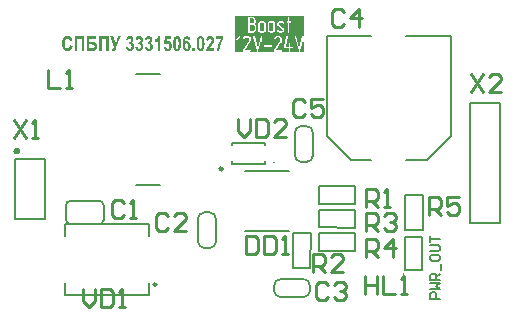
<source format=gto>
G04*
G04 #@! TF.GenerationSoftware,Altium Limited,Altium Designer,19.1.6 (110)*
G04*
G04 Layer_Color=65535*
%FSLAX43Y43*%
%MOMM*%
G71*
G01*
G75*
%ADD10C,0.200*%
%ADD11C,0.250*%
%ADD12C,0.600*%
%ADD13C,0.254*%
G36*
X69726Y73460D02*
X69711Y73455D01*
X69700Y73447D01*
X69698Y73446D01*
X69696Y73444D01*
X69417Y73162D01*
X69406Y73144D01*
X69400Y73131D01*
X69398Y73123D01*
Y73464D01*
X69735D01*
X69726Y73460D01*
D02*
G37*
G36*
X75218Y73734D02*
X75216D01*
Y72100D01*
X69398D01*
Y72125D01*
D01*
Y73122D01*
X69400Y73112D01*
X69402Y73103D01*
X69409Y73088D01*
X69415Y73079D01*
X69419Y73077D01*
Y73075D01*
X69426Y73068D01*
X69435Y73064D01*
X69452Y73057D01*
X69459D01*
X69465Y73055D01*
X69470D01*
X69480Y73057D01*
X69489Y73059D01*
X69506Y73066D01*
X69515Y73073D01*
X69519Y73077D01*
X69678Y73234D01*
Y72190D01*
X69680Y72179D01*
X69681Y72170D01*
X69689Y72153D01*
X69696Y72144D01*
X69700Y72140D01*
X69711Y72135D01*
X69722Y72131D01*
X69735Y72127D01*
X69744Y72125D01*
X69746D01*
X69768Y72129D01*
X69783Y72135D01*
X69794Y72140D01*
X69798Y72144D01*
X69809Y72159D01*
X69815Y72173D01*
X69817Y72185D01*
Y72125D01*
D01*
Y73464D01*
D01*
Y73410D01*
X69813Y73420D01*
X69806Y73434D01*
X69798Y73442D01*
X69796Y73446D01*
X69794D01*
X69778Y73457D01*
X69763Y73462D01*
X69752Y73464D01*
X69398D01*
Y73734D01*
X69400D01*
Y75100D01*
X75218D01*
Y73734D01*
D02*
G37*
G36*
X65324Y73441D02*
X65346Y73439D01*
X65372Y73433D01*
X65403Y73424D01*
X65435Y73409D01*
X65468Y73391D01*
X65498Y73365D01*
X65502Y73361D01*
X65511Y73350D01*
X65524Y73331D01*
X65540Y73307D01*
X65557Y73274D01*
X65574Y73233D01*
X65587Y73187D01*
X65598Y73131D01*
X65407Y73105D01*
Y73107D01*
Y73111D01*
X65405Y73118D01*
X65403Y73128D01*
X65398Y73150D01*
X65387Y73176D01*
X65374Y73200D01*
X65353Y73222D01*
X65340Y73231D01*
X65327Y73239D01*
X65311Y73242D01*
X65294Y73244D01*
X65292D01*
X65283Y73242D01*
X65272Y73241D01*
X65257Y73235D01*
X65240Y73228D01*
X65224Y73215D01*
X65205Y73198D01*
X65189Y73174D01*
X65187Y73170D01*
X65185Y73167D01*
X65181Y73159D01*
X65179Y73152D01*
X65174Y73141D01*
X65170Y73128D01*
X65166Y73113D01*
X65161Y73094D01*
X65157Y73074D01*
X65152Y73050D01*
X65148Y73024D01*
X65144Y72996D01*
X65140Y72965D01*
X65137Y72930D01*
X65135Y72891D01*
X65137Y72893D01*
X65142Y72900D01*
X65150Y72909D01*
X65159Y72920D01*
X65172Y72933D01*
X65185Y72946D01*
X65200Y72959D01*
X65216Y72970D01*
X65218Y72972D01*
X65224Y72974D01*
X65235Y72980D01*
X65246Y72985D01*
X65261Y72989D01*
X65279Y72994D01*
X65298Y72996D01*
X65318Y72998D01*
X65329D01*
X65339Y72996D01*
X65350Y72994D01*
X65361Y72992D01*
X65390Y72983D01*
X65422Y72970D01*
X65440Y72961D01*
X65457Y72950D01*
X65476Y72937D01*
X65492Y72922D01*
X65511Y72905D01*
X65527Y72885D01*
X65529Y72883D01*
X65531Y72880D01*
X65537Y72874D01*
X65542Y72865D01*
X65548Y72854D01*
X65557Y72841D01*
X65564Y72824D01*
X65574Y72805D01*
X65581Y72785D01*
X65590Y72763D01*
X65598Y72739D01*
X65603Y72713D01*
X65611Y72683D01*
X65614Y72654D01*
X65616Y72620D01*
X65618Y72587D01*
Y72585D01*
Y72578D01*
Y72568D01*
X65616Y72555D01*
X65614Y72539D01*
X65613Y72518D01*
X65611Y72498D01*
X65607Y72474D01*
X65594Y72426D01*
X65577Y72374D01*
X65566Y72348D01*
X65553Y72324D01*
X65539Y72300D01*
X65522Y72278D01*
X65520Y72276D01*
X65518Y72272D01*
X65513Y72267D01*
X65505Y72261D01*
X65496Y72252D01*
X65485Y72243D01*
X65457Y72222D01*
X65424Y72202D01*
X65383Y72183D01*
X65361Y72178D01*
X65337Y72172D01*
X65313Y72169D01*
X65287Y72167D01*
X65279D01*
X65272Y72169D01*
X65261D01*
X65248Y72170D01*
X65233Y72174D01*
X65198Y72185D01*
X65177Y72193D01*
X65157Y72202D01*
X65135Y72213D01*
X65115Y72228D01*
X65092Y72244D01*
X65072Y72263D01*
X65052Y72285D01*
X65031Y72311D01*
X65029Y72313D01*
X65028Y72318D01*
X65022Y72328D01*
X65016Y72339D01*
X65009Y72356D01*
X65000Y72376D01*
X64990Y72398D01*
X64981Y72426D01*
X64972Y72457D01*
X64963Y72494D01*
X64955Y72533D01*
X64946Y72578D01*
X64940Y72626D01*
X64935Y72678D01*
X64933Y72735D01*
X64931Y72796D01*
Y72798D01*
Y72800D01*
Y72811D01*
Y72830D01*
X64933Y72852D01*
X64935Y72881D01*
X64937Y72913D01*
X64940Y72948D01*
X64944Y72987D01*
X64957Y73068D01*
X64976Y73150D01*
X64987Y73189D01*
X65002Y73226D01*
X65016Y73261D01*
X65035Y73291D01*
X65037Y73292D01*
X65040Y73298D01*
X65046Y73305D01*
X65053Y73315D01*
X65065Y73326D01*
X65077Y73339D01*
X65092Y73352D01*
X65109Y73367D01*
X65128Y73381D01*
X65148Y73394D01*
X65194Y73418D01*
X65220Y73428D01*
X65246Y73437D01*
X65276Y73441D01*
X65305Y73442D01*
X65316D01*
X65324Y73441D01*
D02*
G37*
G36*
X55234Y73457D02*
X55249Y73455D01*
X55266Y73454D01*
X55284Y73450D01*
X55304Y73444D01*
X55351Y73429D01*
X55375Y73420D01*
X55399Y73409D01*
X55423Y73394D01*
X55447Y73378D01*
X55471Y73359D01*
X55493Y73339D01*
X55495D01*
X55497Y73335D01*
X55501Y73329D01*
X55506Y73324D01*
X55514Y73315D01*
X55521Y73304D01*
X55530Y73291D01*
X55540Y73276D01*
X55549Y73259D01*
X55560Y73242D01*
X55569Y73222D01*
X55580Y73200D01*
X55590Y73174D01*
X55599Y73148D01*
X55608Y73120D01*
X55616Y73091D01*
X55410Y73031D01*
Y73033D01*
X55408Y73035D01*
Y73041D01*
X55406Y73048D01*
X55401Y73067D01*
X55393Y73089D01*
X55382Y73115D01*
X55367Y73141D01*
X55351Y73165D01*
X55330Y73187D01*
X55329Y73189D01*
X55321Y73196D01*
X55308Y73205D01*
X55291Y73215D01*
X55271Y73226D01*
X55249Y73233D01*
X55223Y73241D01*
X55193Y73242D01*
X55182D01*
X55175Y73241D01*
X55154Y73237D01*
X55129Y73229D01*
X55099Y73218D01*
X55067Y73200D01*
X55053Y73189D01*
X55038Y73176D01*
X55023Y73161D01*
X55008Y73142D01*
Y73141D01*
X55004Y73139D01*
X55003Y73131D01*
X54997Y73124D01*
X54992Y73113D01*
X54986Y73100D01*
X54980Y73083D01*
X54973Y73065D01*
X54966Y73044D01*
X54960Y73020D01*
X54954Y72992D01*
X54949Y72963D01*
X54945Y72931D01*
X54942Y72896D01*
X54938Y72857D01*
Y72817D01*
Y72815D01*
Y72805D01*
Y72794D01*
X54940Y72778D01*
Y72759D01*
X54942Y72737D01*
X54943Y72713D01*
X54947Y72687D01*
X54954Y72631D01*
X54967Y72576D01*
X54975Y72550D01*
X54984Y72524D01*
X54995Y72502D01*
X55006Y72481D01*
Y72480D01*
X55010Y72478D01*
X55019Y72467D01*
X55034Y72450D01*
X55056Y72433D01*
X55082Y72415D01*
X55112Y72398D01*
X55149Y72387D01*
X55167Y72385D01*
X55188Y72383D01*
X55191D01*
X55201Y72385D01*
X55217Y72387D01*
X55236Y72391D01*
X55258Y72398D01*
X55282Y72409D01*
X55306Y72426D01*
X55329Y72446D01*
X55330Y72450D01*
X55338Y72459D01*
X55349Y72474D01*
X55362Y72496D01*
X55377Y72524D01*
X55390Y72559D01*
X55404Y72600D01*
X55416Y72650D01*
X55617Y72572D01*
Y72570D01*
X55616Y72563D01*
X55612Y72552D01*
X55608Y72537D01*
X55603Y72520D01*
X55597Y72500D01*
X55590Y72478D01*
X55580Y72454D01*
X55558Y72404D01*
X55530Y72352D01*
X55499Y72304D01*
X55480Y72283D01*
X55460Y72263D01*
X55458Y72261D01*
X55454Y72259D01*
X55449Y72254D01*
X55440Y72248D01*
X55430Y72241D01*
X55417Y72233D01*
X55403Y72224D01*
X55386Y72215D01*
X55367Y72206D01*
X55347Y72196D01*
X55301Y72181D01*
X55249Y72170D01*
X55221Y72169D01*
X55191Y72167D01*
X55182D01*
X55173Y72169D01*
X55158D01*
X55141Y72172D01*
X55121Y72174D01*
X55099Y72180D01*
X55075Y72185D01*
X55049Y72194D01*
X55023Y72204D01*
X54997Y72217D01*
X54969Y72231D01*
X54942Y72250D01*
X54916Y72270D01*
X54890Y72293D01*
X54866Y72320D01*
X54864Y72322D01*
X54860Y72328D01*
X54853Y72339D01*
X54843Y72354D01*
X54832Y72370D01*
X54821Y72393D01*
X54808Y72418D01*
X54795Y72448D01*
X54780Y72480D01*
X54767Y72517D01*
X54756Y72555D01*
X54745Y72598D01*
X54736Y72644D01*
X54729Y72694D01*
X54725Y72746D01*
X54723Y72802D01*
Y72804D01*
Y72805D01*
Y72817D01*
X54725Y72833D01*
Y72854D01*
X54727Y72881D01*
X54730Y72913D01*
X54736Y72946D01*
X54742Y72983D01*
X54749Y73024D01*
X54758Y73065D01*
X54769Y73105D01*
X54784Y73148D01*
X54801Y73189D01*
X54819Y73228D01*
X54842Y73267D01*
X54867Y73302D01*
X54869Y73304D01*
X54873Y73309D01*
X54880Y73317D01*
X54890Y73326D01*
X54903Y73339D01*
X54917Y73352D01*
X54936Y73367D01*
X54956Y73381D01*
X54979Y73394D01*
X55004Y73409D01*
X55032Y73422D01*
X55062Y73435D01*
X55095Y73444D01*
X55129Y73452D01*
X55166Y73457D01*
X55204Y73459D01*
X55221D01*
X55234Y73457D01*
D02*
G37*
G36*
X59337Y72487D02*
Y72485D01*
X59334Y72480D01*
X59332Y72470D01*
X59326Y72459D01*
X59321Y72444D01*
X59313Y72428D01*
X59298Y72391D01*
X59278Y72350D01*
X59258Y72311D01*
X59236Y72274D01*
X59224Y72257D01*
X59213Y72243D01*
X59211Y72239D01*
X59202Y72231D01*
X59189Y72220D01*
X59173Y72207D01*
X59152Y72194D01*
X59128Y72183D01*
X59100Y72176D01*
X59069Y72172D01*
X59041D01*
X59021Y72174D01*
X58999Y72176D01*
X58974Y72178D01*
X58926Y72187D01*
Y72374D01*
X58954D01*
X58980Y72372D01*
X59015D01*
X59028Y72374D01*
X59045Y72376D01*
X59061Y72380D01*
X59078Y72385D01*
X59095Y72393D01*
X59108Y72402D01*
X59110Y72404D01*
X59113Y72409D01*
X59119Y72417D01*
X59128Y72431D01*
X59137Y72450D01*
X59147Y72472D01*
X59158Y72502D01*
X59169Y72539D01*
X58791Y73439D01*
X59023D01*
X59261Y72789D01*
X59469Y73439D01*
X59684D01*
X59337Y72487D01*
D02*
G37*
G36*
X62087Y73441D02*
X62098Y73439D01*
X62111Y73437D01*
X62144Y73429D01*
X62180Y73418D01*
X62217Y73400D01*
X62235Y73389D01*
X62254Y73376D01*
X62270Y73361D01*
X62287Y73342D01*
X62289Y73341D01*
X62291Y73339D01*
X62294Y73333D01*
X62300Y73326D01*
X62306Y73317D01*
X62313Y73305D01*
X62330Y73278D01*
X62344Y73244D01*
X62357Y73207D01*
X62367Y73167D01*
X62370Y73144D01*
Y73122D01*
Y73118D01*
Y73109D01*
X62369Y73092D01*
X62365Y73074D01*
X62361Y73050D01*
X62354Y73026D01*
X62344Y73000D01*
X62331Y72974D01*
X62330Y72970D01*
X62324Y72963D01*
X62317Y72952D01*
X62304Y72935D01*
X62289Y72918D01*
X62269Y72898D01*
X62246Y72878D01*
X62220Y72859D01*
X62222D01*
X62224Y72857D01*
X62235Y72854D01*
X62250Y72848D01*
X62270Y72839D01*
X62293Y72824D01*
X62315Y72807D01*
X62337Y72785D01*
X62359Y72757D01*
X62361Y72754D01*
X62369Y72743D01*
X62378Y72726D01*
X62387Y72704D01*
X62398Y72676D01*
X62406Y72643D01*
X62413Y72604D01*
X62415Y72561D01*
Y72559D01*
Y72554D01*
Y72544D01*
X62413Y72533D01*
X62411Y72518D01*
X62409Y72502D01*
X62406Y72483D01*
X62402Y72461D01*
X62389Y72417D01*
X62370Y72370D01*
X62359Y72346D01*
X62346Y72322D01*
X62330Y72300D01*
X62311Y72278D01*
X62309Y72276D01*
X62307Y72272D01*
X62300Y72267D01*
X62293Y72261D01*
X62283Y72252D01*
X62272Y72243D01*
X62243Y72222D01*
X62207Y72202D01*
X62167Y72183D01*
X62143Y72178D01*
X62119Y72172D01*
X62094Y72169D01*
X62069Y72167D01*
X62056D01*
X62046Y72169D01*
X62035Y72170D01*
X62020Y72172D01*
X61989Y72178D01*
X61954Y72189D01*
X61915Y72207D01*
X61895Y72217D01*
X61876Y72230D01*
X61857Y72244D01*
X61839Y72261D01*
X61837Y72263D01*
X61835Y72265D01*
X61830Y72270D01*
X61824Y72278D01*
X61817Y72289D01*
X61809Y72300D01*
X61800Y72313D01*
X61791Y72330D01*
X61782Y72346D01*
X61772Y72367D01*
X61763Y72387D01*
X61754Y72411D01*
X61741Y72461D01*
X61732Y72520D01*
X61922Y72548D01*
Y72546D01*
Y72544D01*
X61924Y72533D01*
X61926Y72518D01*
X61932Y72498D01*
X61937Y72476D01*
X61946Y72454D01*
X61957Y72431D01*
X61970Y72413D01*
X61972Y72411D01*
X61978Y72406D01*
X61987Y72398D01*
X61998Y72391D01*
X62011Y72381D01*
X62028Y72374D01*
X62046Y72368D01*
X62067Y72367D01*
X62078D01*
X62089Y72370D01*
X62102Y72374D01*
X62119Y72380D01*
X62137Y72389D01*
X62154Y72402D01*
X62170Y72420D01*
X62172Y72422D01*
X62178Y72431D01*
X62183Y72443D01*
X62193Y72461D01*
X62200Y72481D01*
X62206Y72509D01*
X62211Y72539D01*
X62213Y72574D01*
Y72576D01*
Y72578D01*
Y72589D01*
X62211Y72605D01*
X62207Y72626D01*
X62204Y72648D01*
X62196Y72672D01*
X62185Y72696D01*
X62172Y72717D01*
X62170Y72718D01*
X62165Y72726D01*
X62156Y72733D01*
X62144Y72744D01*
X62130Y72754D01*
X62113Y72763D01*
X62094Y72768D01*
X62074Y72770D01*
X62059D01*
X62050Y72768D01*
X62037Y72767D01*
X62020Y72763D01*
X62004Y72757D01*
X61985Y72752D01*
X62006Y72948D01*
X62019D01*
X62033Y72950D01*
X62050Y72952D01*
X62070Y72957D01*
X62091Y72963D01*
X62109Y72974D01*
X62128Y72987D01*
X62130Y72989D01*
X62135Y72994D01*
X62143Y73005D01*
X62150Y73018D01*
X62157Y73035D01*
X62165Y73055D01*
X62170Y73080D01*
X62172Y73107D01*
Y73111D01*
Y73118D01*
X62170Y73130D01*
X62169Y73144D01*
X62165Y73159D01*
X62157Y73176D01*
X62150Y73192D01*
X62139Y73207D01*
X62137Y73209D01*
X62133Y73213D01*
X62126Y73218D01*
X62117Y73226D01*
X62106Y73233D01*
X62091Y73239D01*
X62074Y73242D01*
X62056Y73244D01*
X62048D01*
X62037Y73242D01*
X62026Y73239D01*
X62013Y73233D01*
X61998Y73226D01*
X61983Y73217D01*
X61969Y73202D01*
X61967Y73200D01*
X61963Y73194D01*
X61957Y73183D01*
X61950Y73170D01*
X61943Y73154D01*
X61935Y73131D01*
X61930Y73107D01*
X61926Y73078D01*
X61745Y73115D01*
Y73117D01*
X61746Y73122D01*
X61748Y73131D01*
X61750Y73142D01*
X61754Y73157D01*
X61757Y73172D01*
X61769Y73209D01*
X61783Y73250D01*
X61802Y73291D01*
X61826Y73329D01*
X61839Y73348D01*
X61854Y73363D01*
X61856Y73365D01*
X61857Y73367D01*
X61869Y73376D01*
X61887Y73389D01*
X61911Y73404D01*
X61941Y73417D01*
X61978Y73429D01*
X62019Y73439D01*
X62041Y73442D01*
X62076D01*
X62087Y73441D01*
D02*
G37*
G36*
X61289Y73441D02*
X61300Y73439D01*
X61313Y73437D01*
X61346Y73429D01*
X61382Y73418D01*
X61419Y73400D01*
X61437Y73389D01*
X61456Y73376D01*
X61472Y73361D01*
X61489Y73342D01*
X61491Y73341D01*
X61493Y73339D01*
X61496Y73333D01*
X61502Y73326D01*
X61507Y73317D01*
X61515Y73305D01*
X61532Y73278D01*
X61546Y73244D01*
X61559Y73207D01*
X61569Y73167D01*
X61572Y73144D01*
Y73122D01*
Y73118D01*
Y73109D01*
X61570Y73092D01*
X61567Y73074D01*
X61563Y73050D01*
X61556Y73026D01*
X61546Y73000D01*
X61533Y72974D01*
X61532Y72970D01*
X61526Y72963D01*
X61519Y72952D01*
X61506Y72935D01*
X61491Y72918D01*
X61470Y72898D01*
X61448Y72878D01*
X61422Y72859D01*
X61424D01*
X61426Y72857D01*
X61437Y72854D01*
X61452Y72848D01*
X61472Y72839D01*
X61495Y72824D01*
X61517Y72807D01*
X61539Y72785D01*
X61561Y72757D01*
X61563Y72754D01*
X61570Y72743D01*
X61580Y72726D01*
X61589Y72704D01*
X61600Y72676D01*
X61607Y72643D01*
X61615Y72604D01*
X61617Y72561D01*
Y72559D01*
Y72554D01*
Y72544D01*
X61615Y72533D01*
X61613Y72518D01*
X61611Y72502D01*
X61607Y72483D01*
X61604Y72461D01*
X61591Y72417D01*
X61572Y72370D01*
X61561Y72346D01*
X61548Y72322D01*
X61532Y72300D01*
X61513Y72278D01*
X61511Y72276D01*
X61509Y72272D01*
X61502Y72267D01*
X61495Y72261D01*
X61485Y72252D01*
X61474Y72243D01*
X61445Y72222D01*
X61409Y72202D01*
X61369Y72183D01*
X61345Y72178D01*
X61320Y72172D01*
X61296Y72169D01*
X61270Y72167D01*
X61258D01*
X61248Y72169D01*
X61237Y72170D01*
X61222Y72172D01*
X61191Y72178D01*
X61156Y72189D01*
X61117Y72207D01*
X61096Y72217D01*
X61078Y72230D01*
X61059Y72244D01*
X61041Y72261D01*
X61039Y72263D01*
X61037Y72265D01*
X61032Y72270D01*
X61026Y72278D01*
X61019Y72289D01*
X61011Y72300D01*
X61002Y72313D01*
X60993Y72330D01*
X60983Y72346D01*
X60974Y72367D01*
X60965Y72387D01*
X60956Y72411D01*
X60943Y72461D01*
X60933Y72520D01*
X61124Y72548D01*
Y72546D01*
Y72544D01*
X61126Y72533D01*
X61128Y72518D01*
X61133Y72498D01*
X61139Y72476D01*
X61148Y72454D01*
X61159Y72431D01*
X61172Y72413D01*
X61174Y72411D01*
X61180Y72406D01*
X61189Y72398D01*
X61200Y72391D01*
X61213Y72381D01*
X61230Y72374D01*
X61248Y72368D01*
X61269Y72367D01*
X61280D01*
X61291Y72370D01*
X61304Y72374D01*
X61320Y72380D01*
X61339Y72389D01*
X61356Y72402D01*
X61372Y72420D01*
X61374Y72422D01*
X61380Y72431D01*
X61385Y72443D01*
X61395Y72461D01*
X61402Y72481D01*
X61408Y72509D01*
X61413Y72539D01*
X61415Y72574D01*
Y72576D01*
Y72578D01*
Y72589D01*
X61413Y72605D01*
X61409Y72626D01*
X61406Y72648D01*
X61398Y72672D01*
X61387Y72696D01*
X61374Y72717D01*
X61372Y72718D01*
X61367Y72726D01*
X61358Y72733D01*
X61346Y72744D01*
X61332Y72754D01*
X61315Y72763D01*
X61296Y72768D01*
X61276Y72770D01*
X61261D01*
X61252Y72768D01*
X61239Y72767D01*
X61222Y72763D01*
X61206Y72757D01*
X61187Y72752D01*
X61208Y72948D01*
X61220D01*
X61235Y72950D01*
X61252Y72952D01*
X61272Y72957D01*
X61293Y72963D01*
X61311Y72974D01*
X61330Y72987D01*
X61332Y72989D01*
X61337Y72994D01*
X61345Y73005D01*
X61352Y73018D01*
X61359Y73035D01*
X61367Y73055D01*
X61372Y73080D01*
X61374Y73107D01*
Y73111D01*
Y73118D01*
X61372Y73130D01*
X61370Y73144D01*
X61367Y73159D01*
X61359Y73176D01*
X61352Y73192D01*
X61341Y73207D01*
X61339Y73209D01*
X61335Y73213D01*
X61328Y73218D01*
X61319Y73226D01*
X61308Y73233D01*
X61293Y73239D01*
X61276Y73242D01*
X61258Y73244D01*
X61250D01*
X61239Y73242D01*
X61228Y73239D01*
X61215Y73233D01*
X61200Y73226D01*
X61185Y73217D01*
X61171Y73202D01*
X61169Y73200D01*
X61165Y73194D01*
X61159Y73183D01*
X61152Y73170D01*
X61145Y73154D01*
X61137Y73131D01*
X61132Y73107D01*
X61128Y73078D01*
X60946Y73115D01*
Y73117D01*
X60948Y73122D01*
X60950Y73131D01*
X60952Y73142D01*
X60956Y73157D01*
X60959Y73172D01*
X60971Y73209D01*
X60985Y73250D01*
X61004Y73291D01*
X61028Y73329D01*
X61041Y73348D01*
X61056Y73363D01*
X61058Y73365D01*
X61059Y73367D01*
X61071Y73376D01*
X61089Y73389D01*
X61113Y73404D01*
X61143Y73417D01*
X61180Y73429D01*
X61220Y73439D01*
X61243Y73442D01*
X61278D01*
X61289Y73441D01*
D02*
G37*
G36*
X60491D02*
X60502Y73439D01*
X60515Y73437D01*
X60548Y73429D01*
X60584Y73418D01*
X60621Y73400D01*
X60639Y73389D01*
X60658Y73376D01*
X60674Y73361D01*
X60691Y73342D01*
X60693Y73341D01*
X60695Y73339D01*
X60698Y73333D01*
X60704Y73326D01*
X60709Y73317D01*
X60717Y73305D01*
X60734Y73278D01*
X60748Y73244D01*
X60761Y73207D01*
X60771Y73167D01*
X60774Y73144D01*
Y73122D01*
Y73118D01*
Y73109D01*
X60772Y73092D01*
X60769Y73074D01*
X60765Y73050D01*
X60758Y73026D01*
X60748Y73000D01*
X60735Y72974D01*
X60734Y72970D01*
X60728Y72963D01*
X60721Y72952D01*
X60708Y72935D01*
X60693Y72918D01*
X60672Y72898D01*
X60650Y72878D01*
X60624Y72859D01*
X60626D01*
X60628Y72857D01*
X60639Y72854D01*
X60654Y72848D01*
X60674Y72839D01*
X60696Y72824D01*
X60719Y72807D01*
X60741Y72785D01*
X60763Y72757D01*
X60765Y72754D01*
X60772Y72743D01*
X60782Y72726D01*
X60791Y72704D01*
X60802Y72676D01*
X60809Y72643D01*
X60817Y72604D01*
X60819Y72561D01*
Y72559D01*
Y72554D01*
Y72544D01*
X60817Y72533D01*
X60815Y72518D01*
X60813Y72502D01*
X60809Y72483D01*
X60806Y72461D01*
X60793Y72417D01*
X60774Y72370D01*
X60763Y72346D01*
X60750Y72322D01*
X60734Y72300D01*
X60715Y72278D01*
X60713Y72276D01*
X60711Y72272D01*
X60704Y72267D01*
X60696Y72261D01*
X60687Y72252D01*
X60676Y72243D01*
X60646Y72222D01*
X60611Y72202D01*
X60571Y72183D01*
X60546Y72178D01*
X60522Y72172D01*
X60498Y72169D01*
X60472Y72167D01*
X60459D01*
X60450Y72169D01*
X60439Y72170D01*
X60424Y72172D01*
X60393Y72178D01*
X60358Y72189D01*
X60319Y72207D01*
X60298Y72217D01*
X60280Y72230D01*
X60261Y72244D01*
X60243Y72261D01*
X60241Y72263D01*
X60239Y72265D01*
X60234Y72270D01*
X60228Y72278D01*
X60221Y72289D01*
X60213Y72300D01*
X60204Y72313D01*
X60195Y72330D01*
X60185Y72346D01*
X60176Y72367D01*
X60167Y72387D01*
X60158Y72411D01*
X60145Y72461D01*
X60135Y72520D01*
X60326Y72548D01*
Y72546D01*
Y72544D01*
X60328Y72533D01*
X60330Y72518D01*
X60335Y72498D01*
X60341Y72476D01*
X60350Y72454D01*
X60361Y72431D01*
X60374Y72413D01*
X60376Y72411D01*
X60382Y72406D01*
X60391Y72398D01*
X60402Y72391D01*
X60415Y72381D01*
X60432Y72374D01*
X60450Y72368D01*
X60471Y72367D01*
X60482D01*
X60493Y72370D01*
X60506Y72374D01*
X60522Y72380D01*
X60541Y72389D01*
X60558Y72402D01*
X60574Y72420D01*
X60576Y72422D01*
X60582Y72431D01*
X60587Y72443D01*
X60596Y72461D01*
X60604Y72481D01*
X60609Y72509D01*
X60615Y72539D01*
X60617Y72574D01*
Y72576D01*
Y72578D01*
Y72589D01*
X60615Y72605D01*
X60611Y72626D01*
X60608Y72648D01*
X60600Y72672D01*
X60589Y72696D01*
X60576Y72717D01*
X60574Y72718D01*
X60569Y72726D01*
X60559Y72733D01*
X60548Y72744D01*
X60534Y72754D01*
X60517Y72763D01*
X60498Y72768D01*
X60478Y72770D01*
X60463D01*
X60454Y72768D01*
X60441Y72767D01*
X60424Y72763D01*
X60408Y72757D01*
X60389Y72752D01*
X60409Y72948D01*
X60422D01*
X60437Y72950D01*
X60454Y72952D01*
X60474Y72957D01*
X60495Y72963D01*
X60513Y72974D01*
X60532Y72987D01*
X60534Y72989D01*
X60539Y72994D01*
X60546Y73005D01*
X60554Y73018D01*
X60561Y73035D01*
X60569Y73055D01*
X60574Y73080D01*
X60576Y73107D01*
Y73111D01*
Y73118D01*
X60574Y73130D01*
X60572Y73144D01*
X60569Y73159D01*
X60561Y73176D01*
X60554Y73192D01*
X60543Y73207D01*
X60541Y73209D01*
X60537Y73213D01*
X60530Y73218D01*
X60521Y73226D01*
X60509Y73233D01*
X60495Y73239D01*
X60478Y73242D01*
X60459Y73244D01*
X60452D01*
X60441Y73242D01*
X60430Y73239D01*
X60417Y73233D01*
X60402Y73226D01*
X60387Y73217D01*
X60372Y73202D01*
X60371Y73200D01*
X60367Y73194D01*
X60361Y73183D01*
X60354Y73170D01*
X60347Y73154D01*
X60339Y73131D01*
X60334Y73107D01*
X60330Y73078D01*
X60148Y73115D01*
Y73117D01*
X60150Y73122D01*
X60152Y73131D01*
X60154Y73142D01*
X60158Y73157D01*
X60161Y73172D01*
X60172Y73209D01*
X60187Y73250D01*
X60206Y73291D01*
X60230Y73329D01*
X60243Y73348D01*
X60258Y73363D01*
X60259Y73365D01*
X60261Y73367D01*
X60272Y73376D01*
X60291Y73389D01*
X60315Y73404D01*
X60345Y73417D01*
X60382Y73429D01*
X60422Y73439D01*
X60445Y73442D01*
X60480D01*
X60491Y73441D01*
D02*
G37*
G36*
X63981Y73198D02*
X63611D01*
X63578Y72983D01*
X63581Y72985D01*
X63589Y72991D01*
X63602Y72996D01*
X63620Y73005D01*
X63641Y73013D01*
X63663Y73018D01*
X63687Y73024D01*
X63713Y73026D01*
X63724D01*
X63733Y73024D01*
X63744Y73022D01*
X63755Y73020D01*
X63785Y73015D01*
X63817Y73002D01*
X63852Y72985D01*
X63870Y72974D01*
X63887Y72961D01*
X63904Y72946D01*
X63920Y72930D01*
X63922Y72928D01*
X63926Y72924D01*
X63929Y72917D01*
X63937Y72907D01*
X63944Y72894D01*
X63954Y72880D01*
X63965Y72863D01*
X63974Y72844D01*
X63983Y72822D01*
X63994Y72798D01*
X64004Y72770D01*
X64011Y72743D01*
X64018Y72711D01*
X64024Y72680D01*
X64026Y72644D01*
X64028Y72607D01*
Y72605D01*
Y72600D01*
Y72591D01*
X64026Y72580D01*
Y72565D01*
X64022Y72548D01*
X64020Y72530D01*
X64017Y72507D01*
X64005Y72461D01*
X63989Y72409D01*
X63978Y72383D01*
X63967Y72357D01*
X63952Y72330D01*
X63935Y72304D01*
X63933Y72302D01*
X63931Y72298D01*
X63926Y72291D01*
X63918Y72281D01*
X63909Y72272D01*
X63898Y72261D01*
X63883Y72248D01*
X63868Y72235D01*
X63852Y72222D01*
X63831Y72209D01*
X63811Y72198D01*
X63787Y72189D01*
X63763Y72180D01*
X63735Y72172D01*
X63707Y72169D01*
X63676Y72167D01*
X63663D01*
X63654Y72169D01*
X63642D01*
X63628Y72172D01*
X63596Y72178D01*
X63561Y72189D01*
X63522Y72204D01*
X63485Y72226D01*
X63467Y72241D01*
X63448Y72256D01*
X63446Y72257D01*
X63444Y72259D01*
X63439Y72265D01*
X63433Y72272D01*
X63426Y72281D01*
X63418Y72293D01*
X63409Y72306D01*
X63400Y72320D01*
X63391Y72337D01*
X63381Y72357D01*
X63372Y72378D01*
X63363Y72400D01*
X63355Y72424D01*
X63348Y72452D01*
X63339Y72509D01*
X63535Y72535D01*
Y72531D01*
X63537Y72522D01*
X63541Y72506D01*
X63544Y72487D01*
X63550Y72467D01*
X63559Y72446D01*
X63570Y72424D01*
X63585Y72406D01*
X63587Y72404D01*
X63592Y72398D01*
X63602Y72391D01*
X63613Y72383D01*
X63626Y72374D01*
X63642Y72367D01*
X63659Y72361D01*
X63678Y72359D01*
X63680D01*
X63689Y72361D01*
X63700Y72363D01*
X63713Y72367D01*
X63729Y72374D01*
X63748Y72385D01*
X63765Y72398D01*
X63781Y72418D01*
X63783Y72422D01*
X63789Y72430D01*
X63796Y72444D01*
X63804Y72463D01*
X63811Y72489D01*
X63818Y72520D01*
X63824Y72559D01*
X63826Y72602D01*
Y72604D01*
Y72607D01*
Y72613D01*
Y72622D01*
X63824Y72643D01*
X63820Y72668D01*
X63815Y72696D01*
X63807Y72726D01*
X63796Y72752D01*
X63781Y72776D01*
X63779Y72778D01*
X63774Y72785D01*
X63765Y72794D01*
X63752Y72805D01*
X63737Y72815D01*
X63717Y72824D01*
X63696Y72831D01*
X63672Y72833D01*
X63668D01*
X63657Y72831D01*
X63642Y72828D01*
X63622Y72822D01*
X63598Y72811D01*
X63572Y72794D01*
X63559Y72785D01*
X63546Y72772D01*
X63533Y72759D01*
X63520Y72743D01*
X63361Y72770D01*
X63461Y73422D01*
X63981D01*
Y73198D01*
D02*
G37*
G36*
X68396Y73246D02*
Y73244D01*
X68392Y73242D01*
X68388Y73235D01*
X68381Y73228D01*
X68373Y73217D01*
X68364Y73205D01*
X68355Y73191D01*
X68344Y73174D01*
X68331Y73154D01*
X68318Y73133D01*
X68305Y73109D01*
X68290Y73085D01*
X68275Y73057D01*
X68259Y73028D01*
X68244Y72996D01*
X68227Y72963D01*
Y72961D01*
X68223Y72955D01*
X68220Y72944D01*
X68212Y72931D01*
X68207Y72915D01*
X68198Y72894D01*
X68188Y72870D01*
X68179Y72844D01*
X68168Y72817D01*
X68157Y72787D01*
X68148Y72754D01*
X68136Y72718D01*
X68114Y72646D01*
X68096Y72568D01*
Y72567D01*
X68094Y72559D01*
X68092Y72548D01*
X68088Y72533D01*
X68085Y72515D01*
X68081Y72493D01*
X68077Y72468D01*
X68073Y72443D01*
X68068Y72413D01*
X68064Y72383D01*
X68057Y72318D01*
X68051Y72252D01*
X68049Y72187D01*
X67861D01*
Y72191D01*
Y72198D01*
X67862Y72213D01*
Y72233D01*
X67864Y72257D01*
X67866Y72285D01*
X67870Y72318D01*
X67874Y72354D01*
X67879Y72393D01*
X67885Y72433D01*
X67892Y72478D01*
X67899Y72524D01*
X67920Y72620D01*
X67948Y72718D01*
X67949Y72722D01*
X67951Y72730D01*
X67957Y72744D01*
X67962Y72763D01*
X67972Y72787D01*
X67981Y72815D01*
X67994Y72844D01*
X68007Y72880D01*
X68022Y72915D01*
X68038Y72954D01*
X68077Y73033D01*
X68120Y73118D01*
X68170Y73200D01*
X67724D01*
Y73422D01*
X68396D01*
Y73246D01*
D02*
G37*
G36*
X67288Y73441D02*
X67303Y73439D01*
X67318Y73437D01*
X67355Y73429D01*
X67394Y73417D01*
X67414Y73409D01*
X67435Y73398D01*
X67455Y73385D01*
X67474Y73372D01*
X67490Y73355D01*
X67507Y73337D01*
X67509Y73335D01*
X67511Y73331D01*
X67514Y73326D01*
X67520Y73318D01*
X67525Y73309D01*
X67533Y73296D01*
X67549Y73267D01*
X67564Y73231D01*
X67577Y73191D01*
X67587Y73146D01*
X67590Y73122D01*
Y73096D01*
Y73092D01*
Y73083D01*
X67588Y73068D01*
Y73048D01*
X67585Y73026D01*
X67581Y73000D01*
X67575Y72974D01*
X67568Y72946D01*
Y72942D01*
X67564Y72933D01*
X67559Y72920D01*
X67553Y72902D01*
X67544Y72880D01*
X67533Y72855D01*
X67518Y72830D01*
X67503Y72802D01*
X67501Y72798D01*
X67496Y72789D01*
X67485Y72772D01*
X67470Y72752D01*
X67449Y72724D01*
X67424Y72693D01*
X67394Y72655D01*
X67359Y72615D01*
X67357Y72613D01*
X67355Y72611D01*
X67349Y72605D01*
X67344Y72598D01*
X67327Y72580D01*
X67309Y72557D01*
X67288Y72533D01*
X67268Y72511D01*
X67251Y72491D01*
X67238Y72474D01*
X67237Y72472D01*
X67235Y72468D01*
X67229Y72461D01*
X67224Y72454D01*
X67211Y72433D01*
X67198Y72409D01*
X67590D01*
Y72187D01*
X66900D01*
Y72189D01*
Y72193D01*
X66901Y72200D01*
Y72209D01*
X66903Y72220D01*
X66907Y72233D01*
X66912Y72265D01*
X66920Y72300D01*
X66933Y72341D01*
X66948Y72383D01*
X66966Y72426D01*
Y72428D01*
X66970Y72431D01*
X66972Y72437D01*
X66977Y72446D01*
X66985Y72457D01*
X66992Y72472D01*
X67003Y72487D01*
X67016Y72506D01*
X67029Y72526D01*
X67046Y72548D01*
X67062Y72572D01*
X67083Y72600D01*
X67105Y72628D01*
X67131Y72657D01*
X67157Y72691D01*
X67187Y72724D01*
X67188Y72726D01*
X67192Y72731D01*
X67200Y72739D01*
X67207Y72748D01*
X67218Y72759D01*
X67229Y72774D01*
X67255Y72805D01*
X67283Y72839D01*
X67309Y72870D01*
X67331Y72900D01*
X67340Y72913D01*
X67348Y72924D01*
X67349Y72928D01*
X67355Y72937D01*
X67362Y72952D01*
X67370Y72972D01*
X67377Y72994D01*
X67385Y73020D01*
X67390Y73048D01*
X67392Y73076D01*
Y73078D01*
Y73080D01*
Y73089D01*
X67390Y73104D01*
X67388Y73122D01*
X67383Y73142D01*
X67377Y73163D01*
X67368Y73183D01*
X67355Y73200D01*
X67353Y73202D01*
X67348Y73207D01*
X67340Y73213D01*
X67329Y73222D01*
X67316Y73230D01*
X67299Y73235D01*
X67279Y73241D01*
X67259Y73242D01*
X67253D01*
X67246Y73241D01*
X67238Y73239D01*
X67216Y73231D01*
X67205Y73226D01*
X67192Y73218D01*
X67179Y73207D01*
X67166Y73194D01*
X67155Y73180D01*
X67144Y73159D01*
X67135Y73137D01*
X67127Y73111D01*
X67122Y73081D01*
X67118Y73046D01*
X66922Y73072D01*
Y73074D01*
X66924Y73081D01*
Y73091D01*
X66925Y73104D01*
X66929Y73118D01*
X66931Y73137D01*
X66937Y73157D01*
X66942Y73180D01*
X66955Y73224D01*
X66974Y73270D01*
X66998Y73315D01*
X67011Y73333D01*
X67027Y73352D01*
X67029Y73354D01*
X67031Y73355D01*
X67037Y73361D01*
X67044Y73367D01*
X67053Y73372D01*
X67062Y73381D01*
X67090Y73398D01*
X67124Y73415D01*
X67164Y73428D01*
X67211Y73439D01*
X67237Y73441D01*
X67262Y73442D01*
X67277D01*
X67288Y73441D01*
D02*
G37*
G36*
X65966Y72187D02*
X65770D01*
Y72428D01*
X65966D01*
Y72187D01*
D02*
G37*
G36*
X63043D02*
X62844D01*
Y73092D01*
X62843Y73091D01*
X62839Y73087D01*
X62833Y73081D01*
X62824Y73072D01*
X62815Y73063D01*
X62802Y73050D01*
X62787Y73037D01*
X62770Y73024D01*
X62733Y72994D01*
X62691Y72963D01*
X62641Y72935D01*
X62589Y72911D01*
Y73130D01*
X62591D01*
X62593Y73131D01*
X62604Y73135D01*
X62618Y73144D01*
X62641Y73155D01*
X62667Y73172D01*
X62694Y73192D01*
X62726Y73217D01*
X62759Y73246D01*
X62761Y73248D01*
X62763Y73250D01*
X62774Y73261D01*
X62789Y73280D01*
X62807Y73304D01*
X62828Y73331D01*
X62848Y73365D01*
X62867Y73402D01*
X62881Y73442D01*
X63043D01*
Y72187D01*
D02*
G37*
G36*
X58684Y72187D02*
X58476D01*
Y73228D01*
X58071D01*
Y72187D01*
X57863D01*
Y73439D01*
X58684D01*
Y72187D01*
D02*
G37*
G36*
X57604Y73228D02*
X57043D01*
Y72941D01*
X57352D01*
X57363Y72939D01*
X57376Y72937D01*
X57393Y72935D01*
X57430Y72928D01*
X57473Y72915D01*
X57515Y72896D01*
X57538Y72885D01*
X57558Y72872D01*
X57578Y72855D01*
X57597Y72837D01*
X57599Y72835D01*
X57600Y72831D01*
X57606Y72826D01*
X57612Y72818D01*
X57619Y72807D01*
X57626Y72794D01*
X57636Y72780D01*
X57645Y72763D01*
X57654Y72744D01*
X57663Y72724D01*
X57671Y72702D01*
X57678Y72678D01*
X57689Y72622D01*
X57691Y72593D01*
X57693Y72561D01*
Y72559D01*
Y72554D01*
Y72546D01*
X57691Y72537D01*
Y72524D01*
X57689Y72509D01*
X57686Y72491D01*
X57684Y72472D01*
X57673Y72431D01*
X57658Y72389D01*
X57639Y72344D01*
X57626Y72322D01*
X57612Y72300D01*
Y72298D01*
X57608Y72294D01*
X57602Y72289D01*
X57597Y72283D01*
X57588Y72274D01*
X57576Y72265D01*
X57562Y72254D01*
X57547Y72244D01*
X57528Y72233D01*
X57508Y72222D01*
X57486Y72213D01*
X57462Y72206D01*
X57434Y72198D01*
X57404Y72193D01*
X57371Y72189D01*
X57336Y72187D01*
X56836D01*
Y73439D01*
X57604D01*
Y73228D01*
D02*
G37*
G36*
X56617Y72187D02*
X56410D01*
Y73228D01*
X56004D01*
Y72187D01*
X55797D01*
Y73439D01*
X56617D01*
Y72187D01*
D02*
G37*
G36*
X66483Y73441D02*
X66496Y73439D01*
X66511Y73435D01*
X66546Y73424D01*
X66564Y73417D01*
X66585Y73407D01*
X66603Y73396D01*
X66624Y73383D01*
X66644Y73367D01*
X66664Y73346D01*
X66683Y73326D01*
X66701Y73300D01*
X66703Y73298D01*
X66705Y73292D01*
X66711Y73285D01*
X66716Y73272D01*
X66724Y73255D01*
X66731Y73237D01*
X66738Y73213D01*
X66748Y73185D01*
X66757Y73152D01*
X66764Y73117D01*
X66772Y73076D01*
X66779Y73030D01*
X66785Y72981D01*
X66790Y72926D01*
X66792Y72868D01*
X66794Y72804D01*
Y72802D01*
Y72800D01*
Y72794D01*
Y72789D01*
Y72770D01*
X66792Y72746D01*
Y72717D01*
X66788Y72685D01*
X66787Y72648D01*
X66783Y72609D01*
X66772Y72528D01*
X66755Y72444D01*
X66744Y72406D01*
X66733Y72370D01*
X66718Y72337D01*
X66701Y72307D01*
X66700Y72306D01*
X66698Y72302D01*
X66692Y72294D01*
X66685Y72285D01*
X66675Y72274D01*
X66664Y72263D01*
X66637Y72237D01*
X66601Y72211D01*
X66561Y72189D01*
X66538Y72180D01*
X66514Y72172D01*
X66488Y72169D01*
X66461Y72167D01*
X66453D01*
X66446Y72169D01*
X66437D01*
X66424Y72170D01*
X66409Y72174D01*
X66374Y72183D01*
X66355Y72191D01*
X66335Y72200D01*
X66316Y72211D01*
X66296Y72226D01*
X66276Y72241D01*
X66255Y72259D01*
X66237Y72281D01*
X66218Y72306D01*
X66216Y72307D01*
X66214Y72313D01*
X66211Y72320D01*
X66203Y72333D01*
X66198Y72350D01*
X66190Y72368D01*
X66181Y72393D01*
X66174Y72420D01*
X66164Y72454D01*
X66157Y72489D01*
X66148Y72530D01*
X66142Y72576D01*
X66137Y72626D01*
X66131Y72681D01*
X66129Y72741D01*
X66127Y72805D01*
Y72807D01*
Y72809D01*
Y72815D01*
Y72820D01*
Y72839D01*
X66129Y72863D01*
X66131Y72891D01*
X66133Y72924D01*
X66135Y72961D01*
X66138Y73000D01*
X66150Y73081D01*
X66166Y73163D01*
X66176Y73202D01*
X66188Y73237D01*
X66201Y73270D01*
X66218Y73300D01*
X66220Y73302D01*
X66222Y73305D01*
X66227Y73313D01*
X66235Y73322D01*
X66244Y73333D01*
X66255Y73344D01*
X66283Y73372D01*
X66318Y73398D01*
X66359Y73420D01*
X66381Y73429D01*
X66405Y73437D01*
X66431Y73441D01*
X66459Y73442D01*
X66474D01*
X66483Y73441D01*
D02*
G37*
G36*
X64489D02*
X64502Y73439D01*
X64516Y73435D01*
X64552Y73424D01*
X64570Y73417D01*
X64591Y73407D01*
X64609Y73396D01*
X64629Y73383D01*
X64650Y73367D01*
X64670Y73346D01*
X64689Y73326D01*
X64707Y73300D01*
X64709Y73298D01*
X64711Y73292D01*
X64716Y73285D01*
X64722Y73272D01*
X64729Y73255D01*
X64737Y73237D01*
X64744Y73213D01*
X64753Y73185D01*
X64763Y73152D01*
X64770Y73117D01*
X64778Y73076D01*
X64785Y73030D01*
X64790Y72981D01*
X64796Y72926D01*
X64798Y72868D01*
X64800Y72804D01*
Y72802D01*
Y72800D01*
Y72794D01*
Y72789D01*
Y72770D01*
X64798Y72746D01*
Y72717D01*
X64794Y72685D01*
X64792Y72648D01*
X64789Y72609D01*
X64778Y72528D01*
X64761Y72444D01*
X64750Y72406D01*
X64739Y72370D01*
X64724Y72337D01*
X64707Y72307D01*
X64705Y72306D01*
X64703Y72302D01*
X64698Y72294D01*
X64691Y72285D01*
X64681Y72274D01*
X64670Y72263D01*
X64642Y72237D01*
X64607Y72211D01*
X64566Y72189D01*
X64544Y72180D01*
X64520Y72172D01*
X64494Y72169D01*
X64466Y72167D01*
X64459D01*
X64452Y72169D01*
X64442D01*
X64429Y72170D01*
X64415Y72174D01*
X64379Y72183D01*
X64361Y72191D01*
X64341Y72200D01*
X64322Y72211D01*
X64302Y72226D01*
X64281Y72241D01*
X64261Y72259D01*
X64242Y72281D01*
X64224Y72306D01*
X64222Y72307D01*
X64220Y72313D01*
X64216Y72320D01*
X64209Y72333D01*
X64204Y72350D01*
X64196Y72368D01*
X64187Y72393D01*
X64179Y72420D01*
X64170Y72454D01*
X64163Y72489D01*
X64154Y72530D01*
X64148Y72576D01*
X64142Y72626D01*
X64137Y72681D01*
X64135Y72741D01*
X64133Y72805D01*
Y72807D01*
Y72809D01*
Y72815D01*
Y72820D01*
Y72839D01*
X64135Y72863D01*
X64137Y72891D01*
X64139Y72924D01*
X64141Y72961D01*
X64144Y73000D01*
X64155Y73081D01*
X64172Y73163D01*
X64181Y73202D01*
X64194Y73237D01*
X64207Y73270D01*
X64224Y73300D01*
X64226Y73302D01*
X64228Y73305D01*
X64233Y73313D01*
X64241Y73322D01*
X64250Y73333D01*
X64261Y73344D01*
X64289Y73372D01*
X64324Y73398D01*
X64365Y73420D01*
X64387Y73429D01*
X64411Y73437D01*
X64437Y73441D01*
X64465Y73442D01*
X64479D01*
X64489Y73441D01*
D02*
G37*
%LPC*%
G36*
X71170Y75075D02*
X70831D01*
D01*
X71170D01*
D02*
G37*
G36*
X74148D02*
X73879D01*
X73868Y75071D01*
X73853Y75064D01*
X73842Y75056D01*
X73840Y75054D01*
X73838Y75052D01*
X73827Y75036D01*
X73822Y75023D01*
X73820Y75012D01*
Y75010D01*
Y75008D01*
Y74701D01*
X73800D01*
X73787Y74699D01*
X73774Y74697D01*
X73764Y74693D01*
X73757Y74688D01*
X73748Y74678D01*
X73744Y74677D01*
Y74675D01*
X73735Y74658D01*
X73731Y74647D01*
X73729Y74638D01*
Y75075D01*
Y73734D01*
Y74636D01*
X73731Y74619D01*
X73738Y74604D01*
X73744Y74595D01*
X73746Y74593D01*
Y74591D01*
X73753Y74584D01*
X73763Y74580D01*
X73781Y74573D01*
X73788D01*
X73794Y74571D01*
X73820D01*
Y73799D01*
X73822Y73788D01*
X73824Y73779D01*
X73833Y73762D01*
X73840Y73753D01*
X73842Y73749D01*
X73844D01*
X73864Y73740D01*
X73879Y73736D01*
X73888Y73734D01*
X73729D01*
X73890D01*
X73911Y73738D01*
X73927Y73743D01*
X73937Y73749D01*
X73940Y73753D01*
X73948Y73760D01*
X73951Y73767D01*
X73959Y73782D01*
X73961Y73793D01*
Y73797D01*
Y73799D01*
Y74571D01*
X74077D01*
X74090Y74573D01*
X74100Y74575D01*
X74116Y74582D01*
X74125Y74588D01*
X74129Y74591D01*
X74140Y74608D01*
X74146Y74623D01*
X74148Y74632D01*
Y74645D01*
X74144Y74652D01*
X74137Y74667D01*
X74129Y74677D01*
X74127Y74680D01*
X74125D01*
X74118Y74688D01*
X74109Y74691D01*
X74094Y74699D01*
X74083Y74701D01*
X73961D01*
Y75008D01*
Y75019D01*
X73957Y75028D01*
X73950Y75043D01*
X73942Y75052D01*
X73940Y75056D01*
X73938D01*
X73922Y75067D01*
X73907Y75073D01*
X73894Y75075D01*
X74148D01*
D02*
G37*
G36*
X73303Y74701D02*
X72939D01*
X73163D01*
X73127Y74697D01*
X73094Y74690D01*
X73066Y74678D01*
X73042Y74667D01*
X73022Y74654D01*
X73009Y74643D01*
X73000Y74636D01*
X72996Y74632D01*
X72977Y74608D01*
X72963Y74582D01*
X72953Y74556D01*
X72946Y74532D01*
X72942Y74512D01*
X72940Y74495D01*
X72939Y74484D01*
Y73895D01*
Y74467D01*
X72940Y74454D01*
X72942Y74443D01*
Y74441D01*
Y74440D01*
X72957Y74393D01*
X72966Y74377D01*
X72976Y74362D01*
X72985Y74347D01*
X72996Y74336D01*
X73003Y74327D01*
X73011Y74319D01*
X73016Y74315D01*
X73018Y74314D01*
X73376Y74023D01*
X73387Y74010D01*
X73394Y73997D01*
X73401Y73986D01*
X73405Y73975D01*
X73407Y73966D01*
X73409Y73958D01*
Y73954D01*
Y73953D01*
X73407Y73940D01*
X73405Y73927D01*
X73398Y73908D01*
X73392Y73901D01*
X73388Y73895D01*
X73387Y73891D01*
X73385Y73890D01*
X73376Y73880D01*
X73366Y73875D01*
X73346Y73867D01*
X73338Y73866D01*
X73331Y73864D01*
X73198D01*
X73170Y73866D01*
X73157Y73869D01*
X73146Y73871D01*
X73137Y73875D01*
X73129Y73877D01*
X73126Y73878D01*
X73124D01*
X73109Y73888D01*
X73096Y73899D01*
X73087Y73906D01*
X73079Y73914D01*
X73074Y73919D01*
X73070Y73925D01*
X73066Y73927D01*
Y73928D01*
X73057Y73940D01*
X73050Y73947D01*
X73042Y73951D01*
X73040D01*
X73031Y73954D01*
X73020Y73958D01*
X73009D01*
X72998Y73956D01*
X72987Y73954D01*
X72970Y73947D01*
X72961Y73938D01*
X72957Y73936D01*
Y73934D01*
X72946Y73917D01*
X72940Y73904D01*
X72939Y73895D01*
Y73734D01*
Y73891D01*
X72942Y73873D01*
X72951Y73854D01*
X72970Y73832D01*
X72989Y73814D01*
X73007Y73799D01*
X73024Y73786D01*
X73039Y73777D01*
X73050Y73769D01*
X73059Y73766D01*
X73061Y73764D01*
X73085Y73754D01*
X73109Y73747D01*
X73131Y73741D01*
X73151Y73738D01*
X73170Y73736D01*
X73185Y73734D01*
X73550D01*
X73326D01*
X73361Y73738D01*
X73394Y73745D01*
X73422Y73756D01*
X73446Y73769D01*
X73464Y73780D01*
X73479Y73791D01*
X73487Y73799D01*
X73490Y73803D01*
X73511Y73827D01*
X73525Y73853D01*
X73535Y73878D01*
X73542Y73903D01*
X73546Y73923D01*
X73550Y73940D01*
Y73971D01*
X73546Y73988D01*
X73544Y74001D01*
X73540Y74016D01*
X73537Y74025D01*
X73533Y74034D01*
X73531Y74040D01*
X73529Y74041D01*
X73522Y74058D01*
X73513Y74075D01*
X73501Y74088D01*
X73492Y74099D01*
X73483Y74108D01*
X73476Y74116D01*
X73470Y74119D01*
X73468Y74121D01*
X73111Y74414D01*
X73100Y74425D01*
X73092Y74436D01*
X73085Y74447D01*
X73081Y74458D01*
X73079Y74467D01*
X73077Y74475D01*
Y74480D01*
Y74482D01*
X73079Y74495D01*
X73081Y74508D01*
X73090Y74528D01*
X73094Y74536D01*
X73098Y74541D01*
X73100Y74543D01*
X73101Y74545D01*
X73111Y74554D01*
X73122Y74560D01*
X73140Y74567D01*
X73150Y74569D01*
X73157Y74571D01*
X73303D01*
X73314Y74569D01*
X73322Y74567D01*
X73326D01*
X73366Y74552D01*
X73388Y74538D01*
X73407Y74523D01*
X73418Y74512D01*
X73420Y74508D01*
X73422Y74506D01*
X73433Y74495D01*
X73435Y74491D01*
X73437Y74490D01*
X73438Y74488D01*
X73442Y74484D01*
X73446Y74482D01*
X73448Y74480D01*
X73477Y74477D01*
X73488Y74478D01*
X73498Y74480D01*
X73514Y74488D01*
X73525Y74493D01*
X73527Y74497D01*
X73529D01*
X73537Y74506D01*
X73540Y74514D01*
X73548Y74528D01*
X73550Y74538D01*
Y74545D01*
Y74541D01*
X73546Y74562D01*
X73537Y74580D01*
X73520Y74601D01*
X73501Y74619D01*
X73483Y74634D01*
X73466Y74647D01*
X73450Y74656D01*
X73438Y74664D01*
X73431Y74667D01*
X73427Y74669D01*
X73403Y74680D01*
X73379Y74688D01*
X73357Y74693D01*
X73335Y74697D01*
X73316Y74699D01*
X73303Y74701D01*
D02*
G37*
G36*
X71961D02*
X71355D01*
D01*
X71565D01*
X71531Y74699D01*
X71502Y74691D01*
X71476Y74680D01*
X71453Y74669D01*
X71437Y74656D01*
X71424Y74647D01*
X71416Y74640D01*
X71413Y74636D01*
X71394Y74612D01*
X71379Y74588D01*
X71370Y74564D01*
X71363Y74543D01*
X71359Y74525D01*
X71357Y74510D01*
X71355Y74501D01*
Y73734D01*
Y73938D01*
X71357Y73906D01*
X71365Y73878D01*
X71374Y73854D01*
X71385Y73834D01*
X71396Y73817D01*
X71405Y73804D01*
X71413Y73795D01*
X71415Y73793D01*
X71439Y73773D01*
X71465Y73760D01*
X71489Y73749D01*
X71513Y73741D01*
X71533Y73738D01*
X71550Y73736D01*
X71561Y73734D01*
X71752D01*
X71783Y73736D01*
X71813Y73743D01*
X71837Y73753D01*
X71859Y73764D01*
X71876Y73775D01*
X71889Y73784D01*
X71898Y73791D01*
X71900Y73793D01*
X71920Y73817D01*
X71935Y73841D01*
X71946Y73866D01*
X71953Y73888D01*
X71957Y73908D01*
X71961Y73923D01*
Y73741D01*
Y74497D01*
X71959Y74528D01*
X71952Y74556D01*
X71942Y74580D01*
X71931Y74601D01*
X71918Y74617D01*
X71909Y74630D01*
X71902Y74640D01*
X71900Y74641D01*
X71876Y74662D01*
X71852Y74677D01*
X71826Y74686D01*
X71803Y74693D01*
X71783Y74697D01*
X71766Y74701D01*
X71961D01*
D02*
G37*
G36*
X72557D02*
X72355D01*
X72322Y74699D01*
X72292Y74691D01*
X72266Y74680D01*
X72244Y74669D01*
X72227Y74656D01*
X72215Y74647D01*
X72207Y74640D01*
X72203Y74636D01*
X72185Y74612D01*
X72170Y74588D01*
X72161Y74564D01*
X72153Y74543D01*
X72150Y74525D01*
X72148Y74510D01*
X72146Y74501D01*
Y73734D01*
Y73938D01*
X72148Y73906D01*
X72155Y73878D01*
X72165Y73854D01*
X72176Y73834D01*
X72187Y73817D01*
X72196Y73804D01*
X72203Y73795D01*
X72205Y73793D01*
X72229Y73773D01*
X72255Y73760D01*
X72279Y73749D01*
X72303Y73741D01*
X72324Y73738D01*
X72340Y73736D01*
X72352Y73734D01*
X72146D01*
X72542D01*
X72574Y73736D01*
X72603Y73743D01*
X72627Y73753D01*
X72650Y73764D01*
X72666Y73775D01*
X72679Y73784D01*
X72689Y73791D01*
X72690Y73793D01*
X72711Y73817D01*
X72726Y73841D01*
X72737Y73866D01*
X72744Y73888D01*
X72748Y73908D01*
X72752Y73923D01*
Y74497D01*
X72750Y74528D01*
X72742Y74556D01*
X72733Y74580D01*
X72722Y74601D01*
X72709Y74617D01*
X72700Y74630D01*
X72692Y74640D01*
X72690Y74641D01*
X72666Y74662D01*
X72642Y74677D01*
X72616Y74686D01*
X72594Y74693D01*
X72574Y74697D01*
X72557Y74701D01*
D02*
G37*
G36*
X70831Y75075D02*
X70541D01*
X70517Y75071D01*
X70500Y75064D01*
X70487Y75054D01*
X70480Y75041D01*
X70474Y75028D01*
X70472Y75019D01*
X70470Y75012D01*
Y73734D01*
Y73799D01*
X70474Y73777D01*
X70481Y73762D01*
X70492Y73751D01*
X70505Y73741D01*
X70518Y73738D01*
X70530Y73736D01*
X70537Y73734D01*
X70470D01*
X70867D01*
X70889Y73736D01*
X70909Y73738D01*
X70948Y73749D01*
X70983Y73762D01*
X71015Y73779D01*
X71041Y73795D01*
X71059Y73810D01*
X71066Y73816D01*
X71072Y73819D01*
X71074Y73821D01*
X71076Y73823D01*
X71092Y73840D01*
X71107Y73858D01*
X71120Y73877D01*
X71131Y73893D01*
X71148Y73928D01*
X71159Y73960D01*
X71165Y73990D01*
X71166Y74001D01*
X71168Y74010D01*
X71170Y74019D01*
Y74217D01*
X71168Y74247D01*
X71163Y74275D01*
X71155Y74299D01*
X71148Y74323D01*
X71139Y74341D01*
X71131Y74356D01*
X71126Y74365D01*
X71124Y74369D01*
X71107Y74395D01*
X71091Y74417D01*
X71074Y74434D01*
X71061Y74447D01*
X71048Y74458D01*
X71039Y74464D01*
X71033Y74467D01*
X71031Y74469D01*
X71044Y74482D01*
X71057Y74497D01*
X71078Y74525D01*
X71085Y74538D01*
X71091Y74547D01*
X71092Y74554D01*
X71094Y74556D01*
X71104Y74578D01*
X71111Y74599D01*
X71115Y74621D01*
X71118Y74640D01*
X71120Y74656D01*
X71122Y74671D01*
Y74678D01*
Y74682D01*
Y74777D01*
X71120Y74806D01*
X71115Y74838D01*
X71100Y74890D01*
X71091Y74910D01*
X71081Y74927D01*
X71070Y74943D01*
X71059Y74958D01*
X71050Y74969D01*
X71042Y74978D01*
X71037Y74984D01*
X71035Y74986D01*
X71018Y75001D01*
X71000Y75015D01*
X70963Y75038D01*
X70926Y75052D01*
X70892Y75064D01*
X70863Y75071D01*
X70850Y75073D01*
X70839D01*
X70831Y75075D01*
D02*
G37*
G36*
X71678Y73464D02*
D01*
Y73409D01*
X71674Y73418D01*
X71668Y73433D01*
X71661Y73442D01*
X71659Y73446D01*
X71657D01*
X71641Y73457D01*
X71624Y73462D01*
X71616Y73464D01*
X71605D01*
X71587Y73460D01*
X71572Y73455D01*
X71565Y73449D01*
X71561Y73447D01*
X71552Y73434D01*
X71544Y73425D01*
X71541Y73418D01*
Y73414D01*
X71283Y72462D01*
X71024Y73416D01*
X71018Y73425D01*
X71013Y73434D01*
X71004Y73446D01*
X70996Y73451D01*
X70992Y73453D01*
X70981Y73460D01*
X70970Y73462D01*
X70961Y73464D01*
X71068D01*
X70946D01*
X70935Y73460D01*
X70920Y73455D01*
X70909Y73447D01*
X70907Y73446D01*
X70905Y73444D01*
X70894Y73429D01*
X70889Y73414D01*
X70887Y73403D01*
Y73399D01*
X70889Y73383D01*
X71215Y72181D01*
X71222Y72162D01*
X71231Y72149D01*
X71242Y72138D01*
X71255Y72133D01*
X71265Y72129D01*
X71274Y72127D01*
X71281Y72125D01*
X70887D01*
X71283D01*
X71302Y72127D01*
X71315Y72135D01*
X71328Y72144D01*
X71337Y72153D01*
X71342Y72164D01*
X71346Y72172D01*
X71350Y72179D01*
Y72181D01*
X71676Y73383D01*
X71678Y73397D01*
Y72125D01*
D01*
D01*
Y73464D01*
D02*
G37*
G36*
X70709Y73466D02*
D01*
Y73127D01*
X70707Y73153D01*
X70704Y73177D01*
X70698Y73201D01*
X70691Y73223D01*
X70672Y73266D01*
X70652Y73301D01*
X70630Y73329D01*
X70620Y73340D01*
X70611Y73349D01*
X70604Y73359D01*
X70598Y73364D01*
X70594Y73366D01*
X70592Y73368D01*
X70572Y73384D01*
X70550Y73401D01*
X70528Y73414D01*
X70505Y73425D01*
X70463Y73442D01*
X70424Y73453D01*
X70389Y73460D01*
X70374Y73462D01*
X70361Y73464D01*
X70352Y73466D01*
X70337D01*
X70300Y73464D01*
X70265Y73457D01*
X70233Y73449D01*
X70205Y73438D01*
X70183Y73429D01*
X70167Y73420D01*
X70155Y73412D01*
X70154Y73410D01*
X70152D01*
X70120Y73384D01*
X70094Y73357D01*
X70072Y73327D01*
X70054Y73297D01*
X70041Y73270D01*
X70030Y73249D01*
X70026Y73240D01*
X70024Y73234D01*
X70022Y73231D01*
Y73229D01*
X70018Y73210D01*
X70020Y73199D01*
X70022Y73190D01*
X70030Y73175D01*
X70035Y73166D01*
X70039Y73162D01*
X70057Y73153D01*
X70076Y73147D01*
X70083D01*
X70089Y73146D01*
X70094D01*
X70109Y73149D01*
X70122Y73153D01*
X70130Y73155D01*
X70131Y73157D01*
X70143Y73168D01*
X70150Y73177D01*
X70154Y73184D01*
X70155Y73188D01*
X70168Y73216D01*
X70181Y73240D01*
X70194Y73260D01*
X70207Y73275D01*
X70220Y73286D01*
X70230Y73296D01*
X70235Y73299D01*
X70237Y73301D01*
X70255Y73312D01*
X70274Y73320D01*
X70293Y73327D01*
X70309Y73331D01*
X70322Y73333D01*
X70333Y73334D01*
X70342D01*
X70372Y73333D01*
X70387Y73329D01*
X70398Y73327D01*
X70409Y73323D01*
X70417Y73320D01*
X70422Y73318D01*
X70424D01*
X70454Y73305D01*
X70465Y73297D01*
X70476Y73290D01*
X70485Y73284D01*
X70491Y73279D01*
X70494Y73277D01*
X70496Y73275D01*
X70520Y73251D01*
X70537Y73227D01*
X70550Y73201D01*
X70557Y73179D01*
X70563Y73159D01*
X70565Y73142D01*
X70567Y73131D01*
Y73129D01*
Y73127D01*
X70565Y73103D01*
X70563Y73083D01*
X70561Y73075D01*
X70559Y73070D01*
X70557Y73066D01*
Y73064D01*
X70544Y73033D01*
X70524Y72997D01*
X70013Y72223D01*
X70007Y72214D01*
X70005Y72203D01*
X70004Y72198D01*
Y72194D01*
X70007Y72175D01*
X70013Y72161D01*
X70018Y72151D01*
X70022Y72149D01*
Y72148D01*
X70031Y72140D01*
X70041Y72135D01*
X70057Y72129D01*
X70065Y72127D01*
X70068Y72125D01*
X70004D01*
X70709D01*
Y73466D01*
D02*
G37*
G36*
X72518Y72673D02*
D01*
Y72618D01*
X72514Y72625D01*
X72507Y72640D01*
X72500Y72649D01*
X72498Y72653D01*
X72496D01*
X72489Y72660D01*
X72479Y72664D01*
X72465Y72672D01*
X72453Y72673D01*
X71889D01*
X71876Y72672D01*
X71865Y72670D01*
X71848Y72660D01*
X71839Y72651D01*
X71835Y72649D01*
Y72648D01*
X71826Y72631D01*
X71822Y72620D01*
X71820Y72610D01*
Y72609D01*
X71822Y72592D01*
X71829Y72577D01*
X71835Y72568D01*
X71837Y72566D01*
Y72564D01*
X71844Y72557D01*
X71853Y72553D01*
X71870Y72546D01*
X71878D01*
X71883Y72544D01*
X72448D01*
X72461Y72546D01*
X72470Y72548D01*
X72487Y72555D01*
X72496Y72560D01*
X72500Y72564D01*
X72511Y72581D01*
X72516Y72596D01*
X72518Y72605D01*
Y72544D01*
D01*
Y72673D01*
D02*
G37*
G36*
X74242Y73466D02*
D01*
Y72477D01*
X74238Y72486D01*
X74231Y72499D01*
X74224Y72509D01*
X74222Y72512D01*
X74220D01*
X74212Y72520D01*
X74203Y72525D01*
X74188Y72533D01*
X74177Y72535D01*
X74053D01*
Y72749D01*
Y72760D01*
X74050Y72770D01*
X74042Y72785D01*
X74035Y72792D01*
X74033Y72796D01*
X74031D01*
X74014Y72807D01*
X74000Y72812D01*
X73988Y72814D01*
X73974D01*
X73962Y72810D01*
X73948Y72803D01*
X73937Y72796D01*
X73935Y72794D01*
X73933Y72792D01*
X73922Y72775D01*
X73916Y72762D01*
X73914Y72753D01*
Y72751D01*
Y72749D01*
Y72535D01*
X73696D01*
X73866Y73388D01*
X73868Y73399D01*
Y73410D01*
X73864Y73420D01*
X73857Y73434D01*
X73850Y73444D01*
X73848Y73447D01*
X73846D01*
X73829Y73459D01*
X73811Y73464D01*
X73803Y73466D01*
X73542D01*
X73792D01*
X73755Y73453D01*
X73742Y73440D01*
X73735Y73427D01*
X73731Y73416D01*
X73729Y73414D01*
Y73412D01*
X73542Y72481D01*
Y72468D01*
X73546Y72449D01*
X73551Y72435D01*
X73557Y72425D01*
X73561Y72423D01*
Y72422D01*
X73577Y72410D01*
X73594Y72405D01*
X73601D01*
X73607Y72403D01*
X73914D01*
Y72190D01*
X73916Y72179D01*
X73918Y72170D01*
X73927Y72153D01*
X73935Y72144D01*
X73937Y72140D01*
X73938D01*
X73959Y72131D01*
X73974Y72127D01*
X73983Y72125D01*
X73542D01*
X73985D01*
X74005Y72129D01*
X74022Y72135D01*
X74031Y72140D01*
X74035Y72144D01*
X74046Y72159D01*
X74051Y72173D01*
X74053Y72185D01*
Y72188D01*
Y72190D01*
Y72403D01*
X74172D01*
X74183Y72405D01*
X74194Y72407D01*
X74211Y72414D01*
X74220Y72420D01*
X74224Y72423D01*
X74235Y72440D01*
X74240Y72455D01*
X74242Y72466D01*
Y72125D01*
D01*
D01*
Y73466D01*
D02*
G37*
G36*
X75216Y73464D02*
X74485D01*
X74474Y73460D01*
X74459Y73455D01*
X74448Y73447D01*
X74446Y73446D01*
X74444Y73444D01*
X74433Y73429D01*
X74427Y73414D01*
X74425Y73403D01*
Y73399D01*
X74427Y73383D01*
X74753Y72181D01*
X74761Y72162D01*
X74770Y72149D01*
X74781Y72138D01*
X74794Y72133D01*
X74803Y72129D01*
X74812Y72127D01*
X74820Y72125D01*
X74425D01*
X74822D01*
X74840Y72127D01*
X74853Y72135D01*
X74866Y72144D01*
X74875Y72153D01*
X74881Y72164D01*
X74885Y72172D01*
X74888Y72179D01*
Y72181D01*
X75214Y73383D01*
X75216Y73397D01*
Y72125D01*
D01*
D01*
Y73409D01*
X75212Y73418D01*
X75207Y73433D01*
X75199Y73442D01*
X75198Y73446D01*
X75196D01*
X75179Y73457D01*
X75162Y73462D01*
X75155Y73464D01*
X75216D01*
D02*
G37*
G36*
X73363Y73466D02*
X72657D01*
D01*
X72990D01*
X72953Y73464D01*
X72918Y73457D01*
X72887Y73449D01*
X72859Y73438D01*
X72837Y73429D01*
X72820Y73420D01*
X72809Y73412D01*
X72807Y73410D01*
X72805D01*
X72774Y73384D01*
X72748Y73357D01*
X72726Y73327D01*
X72707Y73297D01*
X72694Y73270D01*
X72683Y73249D01*
X72679Y73240D01*
X72677Y73234D01*
X72676Y73231D01*
Y73229D01*
X72672Y73210D01*
X72674Y73199D01*
X72676Y73190D01*
X72683Y73175D01*
X72689Y73166D01*
X72692Y73162D01*
X72711Y73153D01*
X72729Y73147D01*
X72737D01*
X72742Y73146D01*
X72748D01*
X72763Y73149D01*
X72776Y73153D01*
X72783Y73155D01*
X72785Y73157D01*
X72796Y73168D01*
X72803Y73177D01*
X72807Y73184D01*
X72809Y73188D01*
X72822Y73216D01*
X72835Y73240D01*
X72848Y73260D01*
X72861Y73275D01*
X72874Y73286D01*
X72883Y73296D01*
X72889Y73299D01*
X72890Y73301D01*
X72909Y73312D01*
X72927Y73320D01*
X72946Y73327D01*
X72963Y73331D01*
X72976Y73333D01*
X72987Y73334D01*
X72996D01*
X73026Y73333D01*
X73040Y73329D01*
X73051Y73327D01*
X73063Y73323D01*
X73070Y73320D01*
X73076Y73318D01*
X73077D01*
X73107Y73305D01*
X73118Y73297D01*
X73129Y73290D01*
X73138Y73284D01*
X73144Y73279D01*
X73148Y73277D01*
X73150Y73275D01*
X73174Y73251D01*
X73190Y73227D01*
X73203Y73201D01*
X73211Y73179D01*
X73216Y73159D01*
X73218Y73142D01*
X73220Y73131D01*
Y73129D01*
Y73127D01*
X73218Y73103D01*
X73216Y73083D01*
X73214Y73075D01*
X73213Y73070D01*
X73211Y73066D01*
Y73064D01*
X73198Y73033D01*
X73177Y72997D01*
X72666Y72223D01*
X72661Y72214D01*
X72659Y72203D01*
X72657Y72198D01*
Y72194D01*
X72661Y72175D01*
X72666Y72161D01*
X72672Y72151D01*
X72676Y72149D01*
Y72148D01*
X72685Y72140D01*
X72694Y72135D01*
X72711Y72129D01*
X72718Y72127D01*
X72722Y72125D01*
X73283D01*
X73296Y72127D01*
X73305Y72129D01*
X73322Y72136D01*
X73331Y72142D01*
X73335Y72146D01*
X73346Y72162D01*
X73351Y72177D01*
X73353Y72186D01*
Y72188D01*
Y72190D01*
Y72198D01*
X73350Y72207D01*
X73342Y72220D01*
X73335Y72229D01*
X73333Y72233D01*
X73331D01*
X73324Y72240D01*
X73314Y72246D01*
X73300Y72253D01*
X73288Y72255D01*
X72852D01*
X73298Y72929D01*
X73311Y72951D01*
X73320Y72970D01*
X73329Y72988D01*
X73337Y73003D01*
X73340Y73016D01*
X73344Y73025D01*
X73348Y73031D01*
Y73033D01*
X73357Y73068D01*
X73359Y73083D01*
X73361Y73097D01*
X73363Y73109D01*
Y72125D01*
D01*
Y73466D01*
D02*
G37*
%LPD*%
G36*
X71770Y74567D02*
X71787Y74560D01*
X71796Y74552D01*
X71800Y74551D01*
Y74549D01*
X71807Y74541D01*
X71811Y74532D01*
X71818Y74515D01*
Y74508D01*
X71820Y74503D01*
Y74499D01*
Y74497D01*
Y73938D01*
Y73927D01*
X71816Y73916D01*
X71811Y73899D01*
X71803Y73888D01*
X71802Y73886D01*
X71800Y73884D01*
X71792Y73877D01*
X71783Y73873D01*
X71768Y73866D01*
X71757Y73864D01*
X71565D01*
X71555Y73866D01*
X71544Y73867D01*
X71529Y73875D01*
X71518Y73880D01*
X71516Y73884D01*
X71515D01*
X71507Y73891D01*
X71503Y73901D01*
X71496Y73919D01*
Y73927D01*
X71494Y73932D01*
Y73936D01*
Y73938D01*
Y74497D01*
X71496Y74508D01*
X71498Y74519D01*
X71505Y74534D01*
X71511Y74545D01*
X71515Y74549D01*
X71524Y74556D01*
X71531Y74562D01*
X71548Y74569D01*
X71561Y74571D01*
X71761D01*
X71770Y74567D01*
D02*
G37*
G36*
X72561D02*
X72577Y74560D01*
X72587Y74552D01*
X72590Y74551D01*
Y74549D01*
X72598Y74541D01*
X72602Y74532D01*
X72609Y74515D01*
Y74508D01*
X72611Y74503D01*
Y74499D01*
Y74497D01*
Y73938D01*
Y73927D01*
X72607Y73916D01*
X72602Y73899D01*
X72594Y73888D01*
X72592Y73886D01*
X72590Y73884D01*
X72583Y73877D01*
X72574Y73873D01*
X72559Y73866D01*
X72548Y73864D01*
X72355D01*
X72346Y73866D01*
X72335Y73867D01*
X72320Y73875D01*
X72309Y73880D01*
X72307Y73884D01*
X72305D01*
X72298Y73891D01*
X72294Y73901D01*
X72287Y73919D01*
Y73927D01*
X72285Y73932D01*
Y73936D01*
Y73938D01*
Y74497D01*
X72287Y74508D01*
X72289Y74519D01*
X72296Y74534D01*
X72302Y74545D01*
X72305Y74549D01*
X72315Y74556D01*
X72322Y74562D01*
X72339Y74569D01*
X72352Y74571D01*
X72552D01*
X72561Y74567D01*
D02*
G37*
G36*
X70842Y74941D02*
X70865Y74936D01*
X70885Y74928D01*
X70902Y74919D01*
X70915Y74910D01*
X70926Y74902D01*
X70931Y74897D01*
X70933Y74895D01*
X70950Y74877D01*
X70961Y74856D01*
X70970Y74836D01*
X70976Y74817D01*
X70979Y74801D01*
X70981Y74788D01*
Y74780D01*
Y74777D01*
Y74682D01*
X70979Y74656D01*
X70974Y74634D01*
X70967Y74614D01*
X70957Y74595D01*
X70948Y74582D01*
X70941Y74571D01*
X70935Y74564D01*
X70933Y74562D01*
X70915Y74545D01*
X70894Y74534D01*
X70876Y74525D01*
X70857Y74519D01*
X70842Y74515D01*
X70829Y74514D01*
X70609D01*
Y74943D01*
X70818D01*
X70842Y74941D01*
D02*
G37*
G36*
X70889Y74382D02*
X70909Y74377D01*
X70929Y74367D01*
X70944Y74360D01*
X70959Y74351D01*
X70968Y74341D01*
X70976Y74336D01*
X70978Y74334D01*
X70994Y74315D01*
X71007Y74295D01*
X71017Y74275D01*
X71024Y74256D01*
X71028Y74241D01*
X71029Y74228D01*
Y74221D01*
Y74217D01*
Y74030D01*
X71028Y74004D01*
X71022Y73980D01*
X71013Y73960D01*
X71005Y73943D01*
X70996Y73928D01*
X70987Y73919D01*
X70981Y73912D01*
X70979Y73910D01*
X70961Y73895D01*
X70942Y73884D01*
X70922Y73875D01*
X70905Y73869D01*
X70889Y73866D01*
X70878Y73864D01*
X70609D01*
Y74384D01*
X70867D01*
X70889Y74382D01*
D02*
G37*
G36*
X70709Y72125D02*
X70630D01*
X70642Y72127D01*
X70652Y72129D01*
X70668Y72136D01*
X70678Y72142D01*
X70681Y72146D01*
X70692Y72162D01*
X70698Y72177D01*
X70700Y72186D01*
Y72188D01*
Y72190D01*
Y72198D01*
X70696Y72207D01*
X70689Y72220D01*
X70681Y72229D01*
X70679Y72233D01*
X70678D01*
X70670Y72240D01*
X70661Y72246D01*
X70646Y72253D01*
X70635Y72255D01*
X70198D01*
X70644Y72929D01*
X70657Y72951D01*
X70667Y72970D01*
X70676Y72988D01*
X70683Y73003D01*
X70687Y73016D01*
X70691Y73025D01*
X70694Y73031D01*
Y73033D01*
X70704Y73068D01*
X70705Y73083D01*
X70707Y73097D01*
X70709Y73109D01*
Y72125D01*
D02*
G37*
G36*
X75125Y73460D02*
X75111Y73455D01*
X75103Y73449D01*
X75099Y73447D01*
X75090Y73434D01*
X75083Y73425D01*
X75079Y73418D01*
Y73414D01*
X74822Y72462D01*
X74562Y73416D01*
X74557Y73425D01*
X74551Y73434D01*
X74542Y73446D01*
X74535Y73451D01*
X74531Y73453D01*
X74520Y73460D01*
X74509Y73462D01*
X74499Y73464D01*
X75144D01*
X75125Y73460D01*
D02*
G37*
G36*
X73363Y73127D02*
X73361Y73153D01*
X73357Y73177D01*
X73351Y73201D01*
X73344Y73223D01*
X73326Y73266D01*
X73305Y73301D01*
X73283Y73329D01*
X73274Y73340D01*
X73264Y73349D01*
X73257Y73359D01*
X73251Y73364D01*
X73248Y73366D01*
X73246Y73368D01*
X73226Y73384D01*
X73203Y73401D01*
X73181Y73414D01*
X73159Y73425D01*
X73116Y73442D01*
X73077Y73453D01*
X73042Y73460D01*
X73027Y73462D01*
X73014Y73464D01*
X73005Y73466D01*
X73363D01*
Y73127D01*
D02*
G37*
%LPC*%
G36*
X65289Y72820D02*
X65279D01*
X65268Y72818D01*
X65255Y72813D01*
X65240Y72807D01*
X65224Y72798D01*
X65207Y72785D01*
X65192Y72767D01*
X65190Y72765D01*
X65187Y72757D01*
X65179Y72744D01*
X65174Y72726D01*
X65166Y72704D01*
X65159Y72678D01*
X65155Y72644D01*
X65153Y72607D01*
Y72605D01*
Y72602D01*
Y72596D01*
Y72589D01*
X65155Y72567D01*
X65159Y72541D01*
X65165Y72513D01*
X65172Y72483D01*
X65181Y72454D01*
X65196Y72428D01*
X65198Y72426D01*
X65203Y72418D01*
X65213Y72409D01*
X65226Y72398D01*
X65240Y72385D01*
X65257Y72376D01*
X65277Y72368D01*
X65298Y72367D01*
X65307D01*
X65316Y72368D01*
X65329Y72372D01*
X65344Y72380D01*
X65359Y72387D01*
X65374Y72400D01*
X65389Y72417D01*
X65390Y72418D01*
X65394Y72426D01*
X65400Y72439D01*
X65407Y72457D01*
X65414Y72481D01*
X65420Y72511D01*
X65424Y72546D01*
X65426Y72587D01*
Y72589D01*
Y72593D01*
Y72598D01*
Y72607D01*
X65424Y72628D01*
X65420Y72654D01*
X65416Y72683D01*
X65409Y72713D01*
X65398Y72739D01*
X65385Y72763D01*
X65383Y72765D01*
X65377Y72772D01*
X65370Y72781D01*
X65359Y72793D01*
X65344Y72802D01*
X65327Y72811D01*
X65309Y72818D01*
X65289Y72820D01*
D02*
G37*
G36*
X57269Y72730D02*
X57043D01*
Y72398D01*
X57289D01*
X57308Y72400D01*
X57347Y72404D01*
X57365Y72406D01*
X57382Y72409D01*
X57384D01*
X57389Y72411D01*
X57395Y72415D01*
X57404Y72420D01*
X57415Y72428D01*
X57426Y72435D01*
X57438Y72448D01*
X57449Y72461D01*
X57451Y72463D01*
X57454Y72468D01*
X57458Y72478D01*
X57463Y72489D01*
X57469Y72504D01*
X57475Y72520D01*
X57476Y72539D01*
X57478Y72559D01*
Y72561D01*
Y72567D01*
X57476Y72576D01*
X57475Y72585D01*
X57473Y72598D01*
X57467Y72613D01*
X57462Y72628D01*
X57452Y72644D01*
X57441Y72661D01*
X57426Y72676D01*
X57410Y72691D01*
X57389Y72704D01*
X57365Y72715D01*
X57338Y72722D01*
X57306Y72728D01*
X57269Y72730D01*
D02*
G37*
G36*
X66461Y73242D02*
X66459D01*
X66451Y73241D01*
X66440Y73239D01*
X66427Y73233D01*
X66413Y73224D01*
X66396Y73209D01*
X66381Y73191D01*
X66368Y73165D01*
X66366Y73161D01*
X66364Y73155D01*
X66363Y73148D01*
X66361Y73139D01*
X66357Y73126D01*
X66355Y73109D01*
X66351Y73091D01*
X66348Y73068D01*
X66346Y73042D01*
X66342Y73013D01*
X66340Y72980D01*
X66338Y72942D01*
X66337Y72902D01*
X66335Y72855D01*
Y72804D01*
Y72800D01*
Y72791D01*
Y72778D01*
Y72757D01*
X66337Y72735D01*
Y72709D01*
X66338Y72681D01*
Y72652D01*
X66342Y72591D01*
X66346Y72559D01*
X66350Y72531D01*
X66353Y72504D01*
X66357Y72480D01*
X66363Y72459D01*
X66368Y72443D01*
X66370Y72439D01*
X66374Y72431D01*
X66381Y72418D01*
X66392Y72406D01*
X66405Y72391D01*
X66422Y72378D01*
X66440Y72370D01*
X66461Y72367D01*
X66463D01*
X66470Y72368D01*
X66481Y72370D01*
X66494Y72376D01*
X66509Y72385D01*
X66524Y72398D01*
X66538Y72417D01*
X66551Y72443D01*
Y72444D01*
X66553Y72446D01*
X66555Y72452D01*
X66557Y72459D01*
X66559Y72468D01*
X66563Y72481D01*
X66566Y72498D01*
X66570Y72517D01*
X66572Y72539D01*
X66576Y72565D01*
X66579Y72594D01*
X66581Y72628D01*
X66583Y72665D01*
X66585Y72705D01*
X66587Y72752D01*
Y72804D01*
Y72807D01*
Y72817D01*
Y72831D01*
Y72850D01*
X66585Y72872D01*
Y72898D01*
X66583Y72926D01*
Y72955D01*
X66577Y73017D01*
X66576Y73048D01*
X66572Y73076D01*
X66568Y73104D01*
X66563Y73128D01*
X66557Y73148D01*
X66551Y73165D01*
X66550Y73168D01*
X66546Y73178D01*
X66538Y73189D01*
X66527Y73204D01*
X66514Y73218D01*
X66500Y73230D01*
X66481Y73239D01*
X66461Y73242D01*
D02*
G37*
G36*
X64466D02*
X64465D01*
X64457Y73241D01*
X64446Y73239D01*
X64433Y73233D01*
X64418Y73224D01*
X64402Y73209D01*
X64387Y73191D01*
X64374Y73165D01*
X64372Y73161D01*
X64370Y73155D01*
X64368Y73148D01*
X64366Y73139D01*
X64363Y73126D01*
X64361Y73109D01*
X64357Y73091D01*
X64354Y73068D01*
X64352Y73042D01*
X64348Y73013D01*
X64346Y72980D01*
X64344Y72942D01*
X64342Y72902D01*
X64341Y72855D01*
Y72804D01*
Y72800D01*
Y72791D01*
Y72778D01*
Y72757D01*
X64342Y72735D01*
Y72709D01*
X64344Y72681D01*
Y72652D01*
X64348Y72591D01*
X64352Y72559D01*
X64355Y72531D01*
X64359Y72504D01*
X64363Y72480D01*
X64368Y72459D01*
X64374Y72443D01*
X64376Y72439D01*
X64379Y72431D01*
X64387Y72418D01*
X64398Y72406D01*
X64411Y72391D01*
X64428Y72378D01*
X64446Y72370D01*
X64466Y72367D01*
X64468D01*
X64476Y72368D01*
X64487Y72370D01*
X64500Y72376D01*
X64515Y72385D01*
X64529Y72398D01*
X64544Y72417D01*
X64557Y72443D01*
Y72444D01*
X64559Y72446D01*
X64561Y72452D01*
X64563Y72459D01*
X64565Y72468D01*
X64568Y72481D01*
X64572Y72498D01*
X64576Y72517D01*
X64578Y72539D01*
X64581Y72565D01*
X64585Y72594D01*
X64587Y72628D01*
X64589Y72665D01*
X64591Y72705D01*
X64592Y72752D01*
Y72804D01*
Y72807D01*
Y72817D01*
Y72831D01*
Y72850D01*
X64591Y72872D01*
Y72898D01*
X64589Y72926D01*
Y72955D01*
X64583Y73017D01*
X64581Y73048D01*
X64578Y73076D01*
X64574Y73104D01*
X64568Y73128D01*
X64563Y73148D01*
X64557Y73165D01*
X64555Y73168D01*
X64552Y73178D01*
X64544Y73189D01*
X64533Y73204D01*
X64520Y73218D01*
X64505Y73230D01*
X64487Y73239D01*
X64466Y73242D01*
D02*
G37*
%LPD*%
D10*
X72709Y62738D02*
G03*
X72709Y62738I-50J0D01*
G01*
X67250Y55500D02*
G03*
X67750Y56000I0J500D01*
G01*
X66250D02*
G03*
X66750Y55500I500J0D01*
G01*
Y58500D02*
G03*
X66250Y58000I-0J-500D01*
G01*
X67750D02*
G03*
X67250Y58500I-500J-0D01*
G01*
X74450Y63300D02*
G03*
X74950Y62800I500J0D01*
G01*
X75450D02*
G03*
X75950Y63300I0J500D01*
G01*
X75950Y65300D02*
G03*
X75450Y65800I-500J-0D01*
G01*
X74950D02*
G03*
X74450Y65300I0J-500D01*
G01*
X83650Y53300D02*
G03*
X83650Y53300I-50J0D01*
G01*
X58250Y59100D02*
G03*
X57850Y59500I-400J0D01*
G01*
Y57500D02*
G03*
X58250Y57900I0J400D01*
G01*
X55050D02*
G03*
X55450Y57500I400J0D01*
G01*
Y59500D02*
G03*
X55050Y59100I0J-400D01*
G01*
X75200Y51350D02*
G03*
X75700Y51850I-0J500D01*
G01*
Y52350D02*
G03*
X75200Y52850I-500J0D01*
G01*
X73200Y52850D02*
G03*
X72700Y52350I0J-500D01*
G01*
Y51850D02*
G03*
X73200Y51350I500J0D01*
G01*
X69100Y62600D02*
X71900D01*
X69100Y64400D02*
X71900D01*
Y62600D02*
Y62825D01*
X69100Y62600D02*
Y62825D01*
X71900Y64175D02*
Y64400D01*
X69100Y64175D02*
Y64400D01*
X55000Y56475D02*
Y57500D01*
X62100Y56475D02*
Y57500D01*
X55000Y51500D02*
Y52525D01*
X62100Y51500D02*
Y52525D01*
X55000Y57500D02*
X62100D01*
X55000Y51500D02*
X62100D01*
X83750Y57000D02*
X85250D01*
X85275Y60000D01*
X83750D02*
X85275D01*
X83750Y57000D02*
Y60000D01*
X79500Y55250D02*
Y56750D01*
X76500Y56775D02*
X79500Y56750D01*
X76500Y55250D02*
Y56775D01*
Y55250D02*
X79500D01*
X76500Y57250D02*
Y58750D01*
Y57250D02*
X79500Y57225D01*
Y58750D01*
X76500Y58750D02*
X79500D01*
X74250Y53775D02*
X75750D01*
X75775Y56775D01*
X74250D02*
X75775D01*
X74250Y53775D02*
Y56775D01*
X79500Y59250D02*
Y60750D01*
X76500Y60775D02*
X79500Y60750D01*
X76500Y59250D02*
Y60775D01*
Y59250D02*
X79500D01*
X66750Y55500D02*
X67250D01*
X66250Y56000D02*
Y58000D01*
X67750Y56000D02*
Y58000D01*
X66750Y58500D02*
X67250D01*
X70250Y62050D02*
X73950D01*
X70250Y56950D02*
X73950D01*
X61000Y60800D02*
X63000D01*
X61000Y70200D02*
X63000D01*
X74950Y62800D02*
X75450D01*
X74450Y63300D02*
Y65300D01*
X75950Y63300D02*
Y65300D01*
X74950Y65800D02*
X75450D01*
X85200Y53600D02*
Y56400D01*
X83800Y53600D02*
Y56400D01*
Y53600D02*
X85200D01*
X83800Y56400D02*
X85200D01*
X55050Y57900D02*
Y59100D01*
X55450Y57500D02*
X57850D01*
X58250Y57900D02*
Y59100D01*
X55450Y59500D02*
X57850D01*
X75700Y51850D02*
Y52350D01*
X73200Y51350D02*
X75200D01*
X73200Y52850D02*
X75200D01*
X72700Y51850D02*
Y52350D01*
X87650Y64988D02*
Y73450D01*
X83875D02*
X87650D01*
X77150D02*
X80925D01*
X77150Y64988D02*
Y73450D01*
X83875Y62950D02*
X85613D01*
X87650Y64988D01*
X77150D02*
X79188Y62950D01*
X80925D01*
X89230Y67810D02*
X91770D01*
Y57650D02*
Y67810D01*
X89230Y57650D02*
Y67810D01*
Y57650D02*
X91770D01*
X50725Y63045D02*
X53275D01*
X50725Y57960D02*
Y63045D01*
X53275Y57955D02*
Y63040D01*
X50725Y57955D02*
X53275D01*
X86700Y51200D02*
X85900D01*
Y51600D01*
X86034Y51733D01*
X86300D01*
X86433Y51600D01*
Y51200D01*
X85900Y52000D02*
X86700D01*
X86433Y52266D01*
X86700Y52533D01*
X85900D01*
X86700Y52799D02*
X85900D01*
Y53199D01*
X86034Y53333D01*
X86300D01*
X86433Y53199D01*
Y52799D01*
Y53066D02*
X86700Y53333D01*
X86833Y53599D02*
Y54132D01*
X85900Y54799D02*
Y54532D01*
X86034Y54399D01*
X86567D01*
X86700Y54532D01*
Y54799D01*
X86567Y54932D01*
X86034D01*
X85900Y54799D01*
Y55199D02*
X86567D01*
X86700Y55332D01*
Y55599D01*
X86567Y55732D01*
X85900D01*
Y55998D02*
Y56532D01*
Y56265D01*
X86700D01*
D11*
X62725Y52400D02*
G03*
X62725Y52400I-125J0D01*
G01*
X68325Y62200D02*
G03*
X68325Y62200I-125J0D01*
G01*
D12*
X50901Y63700D02*
G03*
X50901Y63700I-1J0D01*
G01*
D13*
X70300Y56524D02*
Y55000D01*
X71062D01*
X71316Y55254D01*
Y56270D01*
X71062Y56524D01*
X70300D01*
X71824D02*
Y55000D01*
X72585D01*
X72839Y55254D01*
Y56270D01*
X72585Y56524D01*
X71824D01*
X73347Y55000D02*
X73855D01*
X73601D01*
Y56524D01*
X73347Y56270D01*
X89380Y70203D02*
X90395Y68680D01*
Y70203D02*
X89380Y68680D01*
X91919D02*
X90903D01*
X91919Y69695D01*
Y69949D01*
X91665Y70203D01*
X91157D01*
X90903Y69949D01*
X50642Y66305D02*
X51657Y64781D01*
Y66305D02*
X50642Y64781D01*
X52165D02*
X52673D01*
X52419D01*
Y66305D01*
X52165Y66051D01*
X56500Y52024D02*
Y51008D01*
X57008Y50500D01*
X57516Y51008D01*
Y52024D01*
X58024D02*
Y50500D01*
X58785D01*
X59039Y50754D01*
Y51770D01*
X58785Y52024D01*
X58024D01*
X59547Y50500D02*
X60055D01*
X59801D01*
Y52024D01*
X59547Y51770D01*
X69600Y66424D02*
Y65408D01*
X70108Y64900D01*
X70616Y65408D01*
Y66424D01*
X71124D02*
Y64900D01*
X71885D01*
X72139Y65154D01*
Y66170D01*
X71885Y66424D01*
X71124D01*
X73663Y64900D02*
X72647D01*
X73663Y65916D01*
Y66170D01*
X73409Y66424D01*
X72901D01*
X72647Y66170D01*
X85800Y58300D02*
Y59824D01*
X86562D01*
X86816Y59570D01*
Y59062D01*
X86562Y58808D01*
X85800D01*
X86308D02*
X86816Y58300D01*
X88339Y59824D02*
X87324D01*
Y59062D01*
X87831Y59316D01*
X88085D01*
X88339Y59062D01*
Y58554D01*
X88085Y58300D01*
X87577D01*
X87324Y58554D01*
X80500Y54700D02*
Y56224D01*
X81262D01*
X81516Y55970D01*
Y55462D01*
X81262Y55208D01*
X80500D01*
X81008D02*
X81516Y54700D01*
X82785D02*
Y56224D01*
X82024Y55462D01*
X83039D01*
X80500Y56900D02*
Y58424D01*
X81262D01*
X81516Y58170D01*
Y57662D01*
X81262Y57408D01*
X80500D01*
X81008D02*
X81516Y56900D01*
X82024Y58170D02*
X82277Y58424D01*
X82785D01*
X83039Y58170D01*
Y57916D01*
X82785Y57662D01*
X82531D01*
X82785D01*
X83039Y57408D01*
Y57154D01*
X82785Y56900D01*
X82277D01*
X82024Y57154D01*
X76000Y53500D02*
Y55024D01*
X76762D01*
X77016Y54770D01*
Y54262D01*
X76762Y54008D01*
X76000D01*
X76508D02*
X77016Y53500D01*
X78539D02*
X77524D01*
X78539Y54516D01*
Y54770D01*
X78285Y55024D01*
X77777D01*
X77524Y54770D01*
X80500Y59000D02*
Y60524D01*
X81262D01*
X81516Y60270D01*
Y59762D01*
X81262Y59508D01*
X80500D01*
X81008D02*
X81516Y59000D01*
X82024D02*
X82531D01*
X82277D01*
Y60524D01*
X82024Y60270D01*
X53500Y70524D02*
Y69000D01*
X54516D01*
X55024D02*
X55531D01*
X55277D01*
Y70524D01*
X55024Y70270D01*
X80400Y53124D02*
Y51600D01*
Y52362D01*
X81416D01*
Y53124D01*
Y51600D01*
X81924Y53124D02*
Y51600D01*
X82939D01*
X83447D02*
X83955D01*
X83701D01*
Y53124D01*
X83447Y52870D01*
X75316Y67870D02*
X75062Y68124D01*
X74554D01*
X74300Y67870D01*
Y66854D01*
X74554Y66600D01*
X75062D01*
X75316Y66854D01*
X76839Y68124D02*
X75824D01*
Y67362D01*
X76331Y67616D01*
X76585D01*
X76839Y67362D01*
Y66854D01*
X76585Y66600D01*
X76077D01*
X75824Y66854D01*
X78616Y75470D02*
X78362Y75724D01*
X77854D01*
X77600Y75470D01*
Y74454D01*
X77854Y74200D01*
X78362D01*
X78616Y74454D01*
X79885Y74200D02*
Y75724D01*
X79124Y74962D01*
X80139D01*
X77216Y52370D02*
X76962Y52624D01*
X76454D01*
X76200Y52370D01*
Y51354D01*
X76454Y51100D01*
X76962D01*
X77216Y51354D01*
X77724Y52370D02*
X77977Y52624D01*
X78485D01*
X78739Y52370D01*
Y52116D01*
X78485Y51862D01*
X78231D01*
X78485D01*
X78739Y51608D01*
Y51354D01*
X78485Y51100D01*
X77977D01*
X77724Y51354D01*
X63716Y58170D02*
X63462Y58424D01*
X62954D01*
X62700Y58170D01*
Y57154D01*
X62954Y56900D01*
X63462D01*
X63716Y57154D01*
X65239Y56900D02*
X64224D01*
X65239Y57916D01*
Y58170D01*
X64985Y58424D01*
X64477D01*
X64224Y58170D01*
X60016Y59270D02*
X59762Y59524D01*
X59254D01*
X59000Y59270D01*
Y58254D01*
X59254Y58000D01*
X59762D01*
X60016Y58254D01*
X60524Y58000D02*
X61031D01*
X60777D01*
Y59524D01*
X60524Y59270D01*
M02*

</source>
